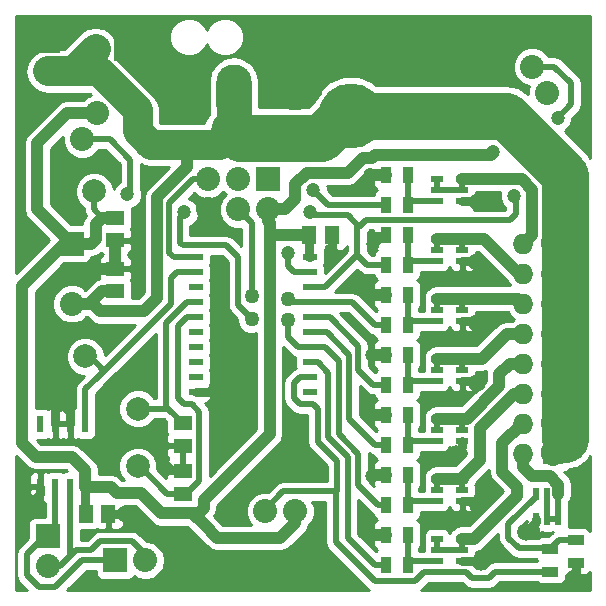
<source format=gtl>
%FSLAX46Y46*%
G04 Gerber Fmt 4.6, Leading zero omitted, Abs format (unit mm)*
G04 Created by KiCad (PCBNEW (2014-jan-25)-product) date Mon 28 Jul 2014 13:43:58 BST*
%MOMM*%
G01*
G04 APERTURE LIST*
%ADD10C,0.100000*%
%ADD11R,2.032000X2.032000*%
%ADD12C,2.032000*%
%ADD13C,2.000000*%
%ADD14R,1.498600X1.300480*%
%ADD15R,1.300480X1.498600*%
%ADD16C,5.500000*%
%ADD17C,5.000000*%
%ADD18R,1.270000X0.508000*%
%ADD19R,3.000000X5.000000*%
%ADD20O,3.000000X5.000000*%
%ADD21R,0.500000X1.000000*%
%ADD22R,1.000000X0.500000*%
%ADD23R,1.397000X0.889000*%
%ADD24R,0.889000X1.397000*%
%ADD25R,0.599440X1.399540*%
%ADD26O,2.032000X2.032000*%
%ADD27R,1.727200X1.727200*%
%ADD28O,1.727200X1.727200*%
%ADD29C,1.200000*%
%ADD30C,1.500000*%
%ADD31C,1.260000*%
%ADD32C,0.500000*%
%ADD33C,0.750000*%
%ADD34C,1.000000*%
%ADD35C,4.000000*%
%ADD36C,2.000000*%
%ADD37C,3.000000*%
%ADD38C,2.500000*%
%ADD39C,0.254000*%
G04 APERTURE END LIST*
D10*
D11*
X122047000Y-114554000D03*
D12*
X122047000Y-117094000D03*
X119507000Y-114554000D03*
X119507000Y-117094000D03*
X116967000Y-114554000D03*
X116967000Y-117094000D03*
X105410000Y-125095000D03*
X105410000Y-122555000D03*
D11*
X105410000Y-120015000D03*
D13*
X110998000Y-133957060D03*
X110998000Y-138838940D03*
D11*
X119244000Y-142644000D03*
D12*
X121784000Y-142644000D03*
X124324000Y-142644000D03*
D10*
G36*
X141732118Y-102428413D02*
X143491882Y-101412413D01*
X144507882Y-103172177D01*
X142748118Y-104188177D01*
X141732118Y-102428413D01*
X141732118Y-102428413D01*
G37*
D12*
X144390000Y-105000000D03*
X145660000Y-107199705D03*
D10*
G36*
X105391882Y-114735587D02*
X103632118Y-113719587D01*
X104648118Y-111959823D01*
X106407882Y-112975823D01*
X105391882Y-114735587D01*
X105391882Y-114735587D01*
G37*
D12*
X106290000Y-111148000D03*
X107560000Y-108948295D03*
D14*
X114808000Y-135191500D03*
X114808000Y-137096500D03*
X114808000Y-141160500D03*
X114808000Y-139255500D03*
X109093000Y-124015500D03*
X109093000Y-122110500D03*
D15*
X108521500Y-142875000D03*
X106616500Y-142875000D03*
D14*
X109093000Y-117792500D03*
X109093000Y-119697500D03*
D15*
X127444500Y-119253000D03*
X125539500Y-119253000D03*
D16*
X129032000Y-109197140D03*
D17*
X129032000Y-103197660D03*
X124333000Y-106197400D03*
D18*
X125603000Y-132588000D03*
X125603000Y-131318000D03*
X125603000Y-130048000D03*
X125603000Y-128778000D03*
X125603000Y-127508000D03*
X125603000Y-126238000D03*
X125603000Y-124968000D03*
X125603000Y-123698000D03*
X125603000Y-122428000D03*
X125603000Y-121158000D03*
X115951000Y-121158000D03*
X115951000Y-122428000D03*
X115951000Y-123698000D03*
X115951000Y-124968000D03*
X115951000Y-126238000D03*
X115951000Y-127508000D03*
X115951000Y-128778000D03*
X115951000Y-130048000D03*
X115951000Y-131318000D03*
X115951000Y-132588000D03*
D19*
X114681000Y-107315000D03*
D20*
X119126000Y-107315000D03*
D21*
X145669000Y-141165000D03*
X145669000Y-143315000D03*
X144719000Y-141165000D03*
X146619000Y-143315000D03*
X146619000Y-141165000D03*
X144719000Y-143315000D03*
D22*
X136339000Y-145923000D03*
X138489000Y-145923000D03*
X136339000Y-146873000D03*
X138489000Y-144973000D03*
X136339000Y-144973000D03*
X138489000Y-146873000D03*
X136339000Y-140843000D03*
X138489000Y-140843000D03*
X136339000Y-141793000D03*
X138489000Y-139893000D03*
X136339000Y-139893000D03*
X138489000Y-141793000D03*
X136339000Y-135763000D03*
X138489000Y-135763000D03*
X136339000Y-136713000D03*
X138489000Y-134813000D03*
X136339000Y-134813000D03*
X138489000Y-136713000D03*
X136339000Y-130683000D03*
X138489000Y-130683000D03*
X136339000Y-131633000D03*
X138489000Y-129733000D03*
X136339000Y-129733000D03*
X138489000Y-131633000D03*
X136339000Y-125603000D03*
X138489000Y-125603000D03*
X136339000Y-126553000D03*
X138489000Y-124653000D03*
X136339000Y-124653000D03*
X138489000Y-126553000D03*
X136339000Y-120523000D03*
X138489000Y-120523000D03*
X136339000Y-121473000D03*
X138489000Y-119573000D03*
X136339000Y-119573000D03*
X138489000Y-121473000D03*
X136339000Y-115443000D03*
X138489000Y-115443000D03*
X136339000Y-116393000D03*
X138489000Y-114493000D03*
X136339000Y-114493000D03*
X138489000Y-116393000D03*
D23*
X145923000Y-145859500D03*
X145923000Y-147764500D03*
D24*
X133921500Y-147193000D03*
X132016500Y-147193000D03*
X133921500Y-142113000D03*
X132016500Y-142113000D03*
X133921500Y-137033000D03*
X132016500Y-137033000D03*
X133921500Y-131953000D03*
X132016500Y-131953000D03*
X133921500Y-126873000D03*
X132016500Y-126873000D03*
X133921500Y-121793000D03*
X132016500Y-121793000D03*
X133921500Y-116713000D03*
X132016500Y-116713000D03*
D23*
X148082000Y-147002500D03*
X148082000Y-145097500D03*
D24*
X132016500Y-144653000D03*
X133921500Y-144653000D03*
X132016500Y-139573000D03*
X133921500Y-139573000D03*
X132016500Y-134493000D03*
X133921500Y-134493000D03*
X132016500Y-129413000D03*
X133921500Y-129413000D03*
X132016500Y-124333000D03*
X133921500Y-124333000D03*
X132016500Y-119253000D03*
X133921500Y-119253000D03*
X132016500Y-114173000D03*
X133921500Y-114173000D03*
D25*
X106553000Y-140589000D03*
X106553000Y-135255000D03*
X105283000Y-140589000D03*
X104013000Y-140589000D03*
X102743000Y-140589000D03*
X105283000Y-135255000D03*
X104013000Y-135255000D03*
X102743000Y-135255000D03*
D11*
X103378000Y-102870000D03*
D26*
X103378000Y-105410000D03*
D11*
X109982000Y-103505000D03*
D26*
X107442000Y-103505000D03*
D11*
X103378000Y-144780000D03*
D26*
X103378000Y-147320000D03*
D11*
X109093000Y-146812000D03*
D26*
X111633000Y-146812000D03*
D27*
X146177000Y-137795000D03*
D28*
X143637000Y-137795000D03*
X146177000Y-135255000D03*
X143637000Y-135255000D03*
X146177000Y-132715000D03*
X143637000Y-132715000D03*
X146177000Y-130175000D03*
X143637000Y-130175000D03*
X146177000Y-127635000D03*
X143637000Y-127635000D03*
X146177000Y-125095000D03*
X143637000Y-125095000D03*
X146177000Y-122555000D03*
X143637000Y-122555000D03*
X146177000Y-120015000D03*
X143637000Y-120015000D03*
D13*
X107315000Y-115570000D03*
X106553000Y-129540000D03*
D29*
X147828000Y-148209000D03*
X148564600Y-140055600D03*
X112649000Y-136906000D03*
D30*
X117729000Y-132334000D03*
X137922000Y-137795000D03*
D29*
X130683000Y-114173000D03*
X130683000Y-124333000D03*
X130810000Y-129413000D03*
X130683000Y-134620000D03*
X130810000Y-139700000D03*
X130556000Y-144780000D03*
D30*
X140081000Y-146939000D03*
X143891000Y-144399000D03*
X139827000Y-142113000D03*
X139700000Y-131826000D03*
X139700000Y-126746000D03*
X139700000Y-121539000D03*
X139827000Y-116459000D03*
D29*
X130937000Y-120015000D03*
D30*
X101981000Y-141986000D03*
X104521000Y-133477000D03*
D31*
X127381000Y-120650000D03*
D30*
X109982000Y-142875000D03*
D29*
X141097000Y-112268000D03*
D31*
X120650000Y-124460000D03*
X123698000Y-124714000D03*
D29*
X125857000Y-115443000D03*
X123698000Y-120777000D03*
X125603000Y-117348000D03*
X146558000Y-109347000D03*
X142875000Y-115951000D03*
D31*
X123698000Y-126492000D03*
X120650000Y-126365000D03*
D29*
X114935000Y-117348000D03*
X110109000Y-115824000D03*
D32*
X115951000Y-124968000D02*
X115189000Y-124968000D01*
X113411000Y-133794500D02*
X113573560Y-133957060D01*
X113411000Y-126746000D02*
X113411000Y-133794500D01*
X115189000Y-124968000D02*
X113411000Y-126746000D01*
X110998000Y-133957060D02*
X113573560Y-133957060D01*
X113573560Y-133957060D02*
X114808000Y-135191500D01*
D33*
X148082000Y-147955000D02*
X147828000Y-148209000D01*
X148082000Y-147002500D02*
X148082000Y-147955000D01*
D32*
X114808000Y-137096500D02*
X112839500Y-137096500D01*
X112649000Y-137795000D02*
X112649000Y-136906000D01*
X112649000Y-137795000D02*
X114109500Y-139255500D01*
X112839500Y-137096500D02*
X112649000Y-136906000D01*
X114808000Y-139255500D02*
X114109500Y-139255500D01*
X114808000Y-137096500D02*
X114808000Y-139255500D01*
D33*
X115951000Y-132588000D02*
X117475000Y-132588000D01*
X117475000Y-132588000D02*
X117729000Y-132334000D01*
X138489000Y-136713000D02*
X138489000Y-137228000D01*
X138489000Y-137228000D02*
X137922000Y-137795000D01*
D34*
X132016500Y-114173000D02*
X130683000Y-114173000D01*
X132016500Y-124333000D02*
X130683000Y-124333000D01*
X132016500Y-129413000D02*
X130810000Y-129413000D01*
X130810000Y-134493000D02*
X130683000Y-134620000D01*
X132016500Y-134493000D02*
X130810000Y-134493000D01*
X130937000Y-139573000D02*
X130810000Y-139700000D01*
X132016500Y-139573000D02*
X130937000Y-139573000D01*
X130683000Y-144653000D02*
X130556000Y-144780000D01*
X132016500Y-144653000D02*
X130683000Y-144653000D01*
D33*
X140015000Y-146873000D02*
X140081000Y-146939000D01*
X138489000Y-146873000D02*
X140015000Y-146873000D01*
X144719000Y-143571000D02*
X143891000Y-144399000D01*
X144719000Y-143315000D02*
X144719000Y-143571000D01*
X139507000Y-141793000D02*
X139827000Y-142113000D01*
X138489000Y-141793000D02*
X139507000Y-141793000D01*
X139507000Y-131633000D02*
X139700000Y-131826000D01*
X138489000Y-131633000D02*
X139507000Y-131633000D01*
X139507000Y-126553000D02*
X139700000Y-126746000D01*
X138489000Y-126553000D02*
X139507000Y-126553000D01*
X139634000Y-121473000D02*
X139700000Y-121539000D01*
X138489000Y-121473000D02*
X139634000Y-121473000D01*
X139761000Y-116393000D02*
X139827000Y-116459000D01*
X138489000Y-116393000D02*
X139761000Y-116393000D01*
D34*
X109093000Y-119697500D02*
X109093000Y-122110500D01*
X105854500Y-122110500D02*
X105410000Y-122555000D01*
X109093000Y-122110500D02*
X105854500Y-122110500D01*
D33*
X131699000Y-119253000D02*
X130937000Y-120015000D01*
X132016500Y-119253000D02*
X131699000Y-119253000D01*
X102743000Y-141224000D02*
X101981000Y-141986000D01*
X102743000Y-140589000D02*
X102743000Y-141224000D01*
X105283000Y-134239000D02*
X104521000Y-133477000D01*
X104013000Y-133985000D02*
X104013000Y-135255000D01*
X104013000Y-133985000D02*
X104521000Y-133477000D01*
X105283000Y-135255000D02*
X105283000Y-134239000D01*
X127444500Y-120586500D02*
X127381000Y-120650000D01*
X127444500Y-119253000D02*
X127444500Y-120586500D01*
X108521500Y-142875000D02*
X109982000Y-142875000D01*
D32*
X110998000Y-138838940D02*
X111152940Y-138838940D01*
X111152940Y-138838940D02*
X113474500Y-141160500D01*
X113474500Y-141160500D02*
X114808000Y-141160500D01*
X116205000Y-140081000D02*
X116205000Y-134239000D01*
X116205000Y-134239000D02*
X115570000Y-133604000D01*
X115570000Y-133604000D02*
X114935000Y-133604000D01*
X114935000Y-133604000D02*
X114427000Y-133096000D01*
X114427000Y-133096000D02*
X114427000Y-127000000D01*
X114427000Y-127000000D02*
X115189000Y-126238000D01*
X115189000Y-126238000D02*
X115951000Y-126238000D01*
X115125500Y-141160500D02*
X116205000Y-140081000D01*
X114808000Y-141160500D02*
X115125500Y-141160500D01*
D34*
X124324000Y-143646000D02*
X124324000Y-142644000D01*
X105410000Y-120015000D02*
X104775000Y-120015000D01*
X104775000Y-120015000D02*
X101219000Y-123571000D01*
X106553000Y-139192000D02*
X106553000Y-140589000D01*
X105410000Y-138049000D02*
X106553000Y-139192000D01*
X102362000Y-138049000D02*
X105410000Y-138049000D01*
X101219000Y-136906000D02*
X102362000Y-138049000D01*
X101219000Y-123571000D02*
X101219000Y-136906000D01*
X125539500Y-119253000D02*
X125539500Y-119189500D01*
X107560000Y-108948295D02*
X105046705Y-108948295D01*
X102489000Y-117094000D02*
X105410000Y-120015000D01*
X102489000Y-111506000D02*
X102489000Y-117094000D01*
X105046705Y-108948295D02*
X102489000Y-111506000D01*
X107560000Y-108948295D02*
X107583293Y-108948295D01*
X107061000Y-120015000D02*
X107442000Y-119634000D01*
X105410000Y-120015000D02*
X107061000Y-120015000D01*
X108013500Y-117792500D02*
X109093000Y-117792500D01*
X107442000Y-118364000D02*
X108013500Y-117792500D01*
X107442000Y-119634000D02*
X107442000Y-118364000D01*
D33*
X125539500Y-121094500D02*
X125603000Y-121158000D01*
X125539500Y-119253000D02*
X125539500Y-121094500D01*
D34*
X122174000Y-118237000D02*
X122174000Y-119253000D01*
X122047000Y-118110000D02*
X122174000Y-118237000D01*
X122047000Y-117094000D02*
X122047000Y-118110000D01*
X122174000Y-119253000D02*
X125539500Y-119253000D01*
D33*
X106553000Y-142811500D02*
X106616500Y-142875000D01*
X106553000Y-140589000D02*
X106553000Y-142811500D01*
D34*
X117729000Y-144907000D02*
X123063000Y-144907000D01*
X123063000Y-144907000D02*
X124324000Y-143646000D01*
X116586000Y-143764000D02*
X117729000Y-144907000D01*
X115633500Y-142811500D02*
X116586000Y-143764000D01*
X115887500Y-142811500D02*
X115633500Y-142811500D01*
X108712000Y-140589000D02*
X109220000Y-141097000D01*
X109220000Y-141097000D02*
X111252000Y-141097000D01*
X111252000Y-141097000D02*
X112966500Y-142811500D01*
X112966500Y-142811500D02*
X115887500Y-142811500D01*
X106553000Y-140589000D02*
X108712000Y-140589000D01*
X123444000Y-117094000D02*
X124307600Y-116230400D01*
X124307600Y-116230400D02*
X124307600Y-114960400D01*
X124307600Y-114960400D02*
X125298200Y-113969800D01*
X125298200Y-113969800D02*
X128778000Y-113969800D01*
X128778000Y-113969800D02*
X130048000Y-112699800D01*
X130048000Y-112699800D02*
X130835400Y-112699800D01*
X130835400Y-112699800D02*
X131089400Y-112445800D01*
X131089400Y-112445800D02*
X140919200Y-112445800D01*
X140919200Y-112445800D02*
X141097000Y-112268000D01*
X122047000Y-117094000D02*
X123444000Y-117094000D01*
D32*
X107315000Y-117094000D02*
X108013500Y-117792500D01*
X107315000Y-115570000D02*
X107315000Y-117094000D01*
D34*
X122174000Y-128143000D02*
X122174000Y-119253000D01*
X116586000Y-142367000D02*
X115887500Y-143065500D01*
X115887500Y-142811500D02*
X115887500Y-143065500D01*
X116586000Y-141732000D02*
X122174000Y-136144000D01*
X116586000Y-141732000D02*
X116586000Y-142367000D01*
X122174000Y-131953000D02*
X122174000Y-136144000D01*
X122174000Y-131953000D02*
X122174000Y-128143000D01*
D32*
X131064000Y-147193000D02*
X132016500Y-147193000D01*
X128778000Y-144907000D02*
X131064000Y-147193000D01*
X128778000Y-138049000D02*
X128778000Y-144907000D01*
X127127000Y-136398000D02*
X128778000Y-138049000D01*
X127127000Y-130937000D02*
X127127000Y-136398000D01*
X126238000Y-130048000D02*
X127127000Y-130937000D01*
X125603000Y-130048000D02*
X126238000Y-130048000D01*
X127000000Y-127508000D02*
X128905000Y-129413000D01*
X128905000Y-129413000D02*
X128905000Y-134874000D01*
X128905000Y-134874000D02*
X131064000Y-137033000D01*
X131064000Y-137033000D02*
X132016500Y-137033000D01*
X125603000Y-127508000D02*
X127000000Y-127508000D01*
X129667000Y-130683000D02*
X130937000Y-131953000D01*
X130937000Y-131953000D02*
X132016500Y-131953000D01*
X125603000Y-126238000D02*
X127254000Y-126238000D01*
X129667000Y-128651000D02*
X129667000Y-130556000D01*
X127254000Y-126238000D02*
X129667000Y-128651000D01*
X129667000Y-130556000D02*
X129667000Y-130683000D01*
X129159000Y-124968000D02*
X131064000Y-126873000D01*
X125603000Y-124968000D02*
X129159000Y-124968000D01*
X120650000Y-124460000D02*
X120904000Y-124206000D01*
X125603000Y-124968000D02*
X123952000Y-124968000D01*
X123952000Y-124968000D02*
X123698000Y-124714000D01*
X120650000Y-118237000D02*
X119507000Y-117094000D01*
X120650000Y-124460000D02*
X120650000Y-118237000D01*
X131064000Y-126873000D02*
X132016500Y-126873000D01*
X132016500Y-117157500D02*
X132016500Y-116713000D01*
X127127000Y-116713000D02*
X132016500Y-116713000D01*
X125857000Y-115443000D02*
X127127000Y-116713000D01*
X123698000Y-120777000D02*
X123698000Y-121920000D01*
X123698000Y-121920000D02*
X124206000Y-122428000D01*
X124206000Y-122428000D02*
X125603000Y-122428000D01*
X115951000Y-121158000D02*
X115697000Y-121158000D01*
X113665000Y-120777000D02*
X114046000Y-121158000D01*
X114046000Y-121158000D02*
X115951000Y-121158000D01*
X116967000Y-114554000D02*
X115697000Y-114554000D01*
X113665000Y-116586000D02*
X115697000Y-114554000D01*
X113665000Y-119126000D02*
X113665000Y-116586000D01*
X113665000Y-119126000D02*
X113665000Y-120777000D01*
X115951000Y-122428000D02*
X114280002Y-122428000D01*
X106553000Y-132334000D02*
X106553000Y-135255000D01*
X108140500Y-130746500D02*
X107632500Y-131254500D01*
X113792000Y-125095000D02*
X108140500Y-130746500D01*
X107632500Y-131254500D02*
X106553000Y-132334000D01*
X113792000Y-122916002D02*
X113792000Y-125095000D01*
X114280002Y-122428000D02*
X113792000Y-122916002D01*
X106934000Y-129540000D02*
X108140500Y-130746500D01*
X106553000Y-129540000D02*
X106934000Y-129540000D01*
X145859500Y-145796000D02*
X145923000Y-145859500D01*
X143256000Y-145796000D02*
X145859500Y-145796000D01*
X142367000Y-144907000D02*
X143256000Y-145796000D01*
X142367000Y-143764000D02*
X142367000Y-144907000D01*
X144719000Y-141412000D02*
X142367000Y-143764000D01*
X144719000Y-141165000D02*
X144719000Y-141412000D01*
X146685000Y-145097500D02*
X145923000Y-145859500D01*
X148082000Y-145097500D02*
X146685000Y-145097500D01*
X133921500Y-144653000D02*
X133921500Y-147193000D01*
X134241500Y-146873000D02*
X133921500Y-147193000D01*
X136339000Y-146873000D02*
X134241500Y-146873000D01*
X133921500Y-139573000D02*
X133921500Y-142113000D01*
X134241500Y-141793000D02*
X133921500Y-142113000D01*
X136339000Y-141793000D02*
X134241500Y-141793000D01*
X133921500Y-134493000D02*
X133921500Y-137033000D01*
X134241500Y-136713000D02*
X133921500Y-137033000D01*
X136339000Y-136713000D02*
X134241500Y-136713000D01*
X133921500Y-129413000D02*
X133921500Y-131953000D01*
X134241500Y-131633000D02*
X133921500Y-131953000D01*
X136339000Y-131633000D02*
X134241500Y-131633000D01*
X133921500Y-124333000D02*
X133921500Y-126873000D01*
X134241500Y-126553000D02*
X133921500Y-126873000D01*
X136339000Y-126553000D02*
X134241500Y-126553000D01*
X133921500Y-119253000D02*
X133921500Y-121793000D01*
X134241500Y-121473000D02*
X133921500Y-121793000D01*
X136339000Y-121473000D02*
X134241500Y-121473000D01*
X134241500Y-116393000D02*
X133921500Y-116713000D01*
X136339000Y-116393000D02*
X134241500Y-116393000D01*
X133921500Y-116713000D02*
X133921500Y-114173000D01*
D35*
X129032000Y-109197140D02*
X142217140Y-109197140D01*
X147193000Y-114173000D02*
X147193000Y-116713000D01*
X142217140Y-109197140D02*
X147193000Y-114173000D01*
X147193000Y-116713000D02*
X147193000Y-117348000D01*
X147193000Y-134112000D02*
X147193000Y-136525000D01*
X147193000Y-131699000D02*
X147193000Y-134112000D01*
X147193000Y-129667000D02*
X147193000Y-131699000D01*
X147193000Y-127254000D02*
X147193000Y-129667000D01*
X147193000Y-124714000D02*
X147193000Y-127254000D01*
X147193000Y-121793000D02*
X147193000Y-124714000D01*
X147193000Y-118872000D02*
X147193000Y-121793000D01*
X147193000Y-116713000D02*
X147193000Y-118872000D01*
D36*
X146177000Y-119888000D02*
X147193000Y-118872000D01*
X146177000Y-120015000D02*
X146177000Y-119888000D01*
X146431000Y-122555000D02*
X147193000Y-121793000D01*
X146177000Y-122555000D02*
X146431000Y-122555000D01*
X146812000Y-125095000D02*
X147193000Y-124714000D01*
X146177000Y-125095000D02*
X146812000Y-125095000D01*
X146812000Y-127635000D02*
X147193000Y-127254000D01*
X146177000Y-127635000D02*
X146812000Y-127635000D01*
X146685000Y-130175000D02*
X147193000Y-129667000D01*
X146685000Y-130175000D02*
X147193000Y-129667000D01*
X146177000Y-130175000D02*
X146685000Y-130175000D01*
X147701000Y-131699000D02*
X147193000Y-131699000D01*
X147193000Y-131699000D02*
X147701000Y-131699000D01*
X146177000Y-132715000D02*
X147193000Y-131699000D01*
X146177000Y-135128000D02*
X147193000Y-134112000D01*
X146177000Y-135255000D02*
X146177000Y-135128000D01*
X146177000Y-137541000D02*
X147193000Y-136525000D01*
X146177000Y-137795000D02*
X146177000Y-137541000D01*
D34*
X106934000Y-125095000D02*
X105410000Y-125095000D01*
X107061000Y-124968000D02*
X106934000Y-125095000D01*
X108013500Y-124015500D02*
X107061000Y-124968000D01*
X109093000Y-124015500D02*
X108013500Y-124015500D01*
D37*
X119126000Y-107315000D02*
X119126000Y-110490000D01*
D35*
X129032000Y-109197140D02*
X129032000Y-109220000D01*
D38*
X105537000Y-105410000D02*
X107442000Y-103505000D01*
X103378000Y-105410000D02*
X105537000Y-105410000D01*
X115189000Y-111633000D02*
X117983000Y-111633000D01*
X117983000Y-111633000D02*
X119126000Y-110490000D01*
X110998000Y-110490000D02*
X112141000Y-111633000D01*
X105537000Y-105410000D02*
X107696000Y-105410000D01*
X107696000Y-105410000D02*
X110998000Y-108712000D01*
X112141000Y-111633000D02*
X115189000Y-111633000D01*
X110998000Y-108712000D02*
X110998000Y-110490000D01*
D34*
X107823000Y-125730000D02*
X111506000Y-125730000D01*
X111506000Y-125730000D02*
X112649000Y-124587000D01*
X112649000Y-124587000D02*
X112649000Y-116078000D01*
X112649000Y-116078000D02*
X115189000Y-113538000D01*
X115189000Y-113538000D02*
X115189000Y-111633000D01*
X107061000Y-124968000D02*
X107823000Y-125730000D01*
D35*
X126517400Y-111048800D02*
X119684800Y-111048800D01*
X119684800Y-111048800D02*
X119126000Y-110490000D01*
X128369060Y-109197140D02*
X126517400Y-111048800D01*
X129032000Y-109197140D02*
X128369060Y-109197140D01*
D32*
X127762000Y-140970000D02*
X127762000Y-145288000D01*
X141287500Y-147764500D02*
X145923000Y-147764500D01*
X140716000Y-148336000D02*
X141287500Y-147764500D01*
X139319000Y-148336000D02*
X140716000Y-148336000D01*
X138811000Y-147828000D02*
X139319000Y-148336000D01*
X135255000Y-147828000D02*
X138811000Y-147828000D01*
X134493000Y-148590000D02*
X135255000Y-147828000D01*
X131064000Y-148590000D02*
X134493000Y-148590000D01*
X127762000Y-145288000D02*
X131064000Y-148590000D01*
X121784000Y-142644000D02*
X121784000Y-142503000D01*
X121784000Y-142503000D02*
X123317000Y-140970000D01*
X123317000Y-140970000D02*
X127762000Y-140970000D01*
X127762000Y-140970000D02*
X127889000Y-140970000D01*
X127889000Y-140081000D02*
X127889000Y-140970000D01*
X124714000Y-131318000D02*
X124206000Y-131826000D01*
X124206000Y-131826000D02*
X124206000Y-133096000D01*
X124206000Y-133096000D02*
X124714000Y-133604000D01*
X124714000Y-133604000D02*
X125864998Y-133604000D01*
X125864998Y-133604000D02*
X126238000Y-133977002D01*
X126238000Y-133977002D02*
X126238000Y-136779000D01*
X126238000Y-136779000D02*
X127889000Y-138430000D01*
X127889000Y-138430000D02*
X127889000Y-140081000D01*
X125603000Y-131318000D02*
X124714000Y-131318000D01*
X121784000Y-142644000D02*
X121784000Y-142630000D01*
X129603500Y-118554500D02*
X129603500Y-120967500D01*
X125603000Y-123698000D02*
X126873000Y-123698000D01*
X126873000Y-123698000D02*
X129603500Y-120967500D01*
X130429000Y-121793000D02*
X132016500Y-121793000D01*
X129603500Y-120967500D02*
X130429000Y-121793000D01*
X131889500Y-121666000D02*
X132016500Y-121793000D01*
X129603500Y-118554500D02*
X129730500Y-118554500D01*
X128778000Y-117602000D02*
X129730500Y-118554500D01*
X125857000Y-117602000D02*
X128778000Y-117602000D01*
X125603000Y-117348000D02*
X125857000Y-117602000D01*
X142494000Y-117983000D02*
X143002000Y-117475000D01*
X143002000Y-117475000D02*
X143002000Y-116078000D01*
X143002000Y-116078000D02*
X142875000Y-115951000D01*
X140081000Y-117983000D02*
X140843000Y-117983000D01*
X130302000Y-117983000D02*
X129730500Y-118554500D01*
X130302000Y-117983000D02*
X140081000Y-117983000D01*
X144390000Y-105000000D02*
X146275000Y-105000000D01*
X147701000Y-106426000D02*
X146275000Y-105000000D01*
X147701000Y-108204000D02*
X147701000Y-106426000D01*
X146558000Y-109347000D02*
X147701000Y-108204000D01*
X140843000Y-117983000D02*
X142494000Y-117983000D01*
X108585000Y-147320000D02*
X109093000Y-146812000D01*
X104013000Y-144145000D02*
X103378000Y-144780000D01*
X104013000Y-140589000D02*
X104013000Y-144145000D01*
X101600000Y-146304000D02*
X101600000Y-148082000D01*
X101600000Y-148082000D02*
X102616000Y-149098000D01*
X102616000Y-149098000D02*
X104013000Y-149098000D01*
X104013000Y-149098000D02*
X106299000Y-146812000D01*
X106299000Y-146812000D02*
X109093000Y-146812000D01*
X103124000Y-144780000D02*
X101600000Y-146304000D01*
X103378000Y-144780000D02*
X103124000Y-144780000D01*
X104394000Y-147320000D02*
X103378000Y-147320000D01*
X105283000Y-146431000D02*
X104394000Y-147320000D01*
X105283000Y-144907000D02*
X105283000Y-145923000D01*
X105283000Y-145923000D02*
X105283000Y-146431000D01*
X105283000Y-140589000D02*
X105283000Y-144907000D01*
X111633000Y-146177000D02*
X111633000Y-146812000D01*
X111633000Y-146812000D02*
X111633000Y-146304000D01*
X105791000Y-145923000D02*
X105283000Y-146431000D01*
X111633000Y-146304000D02*
X110490000Y-145161000D01*
X107823000Y-145161000D02*
X107061000Y-145923000D01*
X110490000Y-145161000D02*
X107823000Y-145161000D01*
X107061000Y-145923000D02*
X105791000Y-145923000D01*
X146619000Y-143315000D02*
X146619000Y-141165000D01*
X145669000Y-143315000D02*
X146619000Y-143315000D01*
X145669000Y-141165000D02*
X145669000Y-143315000D01*
D34*
X143637000Y-138938000D02*
X144399000Y-139700000D01*
X144399000Y-139700000D02*
X145923000Y-139700000D01*
X145923000Y-139700000D02*
X146619000Y-140396000D01*
X146619000Y-140396000D02*
X146619000Y-141165000D01*
X143637000Y-137795000D02*
X143637000Y-138938000D01*
X143637000Y-135255000D02*
X143510000Y-135255000D01*
X143510000Y-135255000D02*
X141859000Y-136906000D01*
X141859000Y-136906000D02*
X141859000Y-139319000D01*
X141859000Y-139319000D02*
X143129000Y-140589000D01*
X143129000Y-140589000D02*
X143129000Y-141351000D01*
X143129000Y-141351000D02*
X139507000Y-144973000D01*
X139507000Y-144973000D02*
X138489000Y-144973000D01*
D32*
X138489000Y-145923000D02*
X138489000Y-144973000D01*
X136339000Y-145923000D02*
X138489000Y-145923000D01*
X136339000Y-144973000D02*
X136339000Y-145923000D01*
X138489000Y-140843000D02*
X138489000Y-139893000D01*
X136339000Y-139893000D02*
X136339000Y-140843000D01*
D34*
X143129000Y-132715000D02*
X143637000Y-132715000D01*
X138489000Y-139893000D02*
X138550000Y-139954000D01*
X136339000Y-139893000D02*
X138489000Y-139893000D01*
X138364000Y-139893000D02*
X138489000Y-139893000D01*
X139954000Y-135636000D02*
X139954000Y-138303000D01*
X139954000Y-138303000D02*
X138364000Y-139893000D01*
X142875000Y-132715000D02*
X139954000Y-135636000D01*
X143637000Y-132715000D02*
X142875000Y-132715000D01*
D32*
X138489000Y-135763000D02*
X138489000Y-134813000D01*
X136339000Y-134813000D02*
X136339000Y-135763000D01*
D34*
X136339000Y-134813000D02*
X138489000Y-134813000D01*
X141605000Y-132080000D02*
X141605000Y-131064000D01*
X141605000Y-131064000D02*
X142494000Y-130175000D01*
X142494000Y-130175000D02*
X143637000Y-130175000D01*
X138872000Y-134813000D02*
X141605000Y-132080000D01*
X138489000Y-134813000D02*
X138872000Y-134813000D01*
D32*
X138489000Y-130683000D02*
X138489000Y-129733000D01*
X136339000Y-129733000D02*
X136339000Y-130683000D01*
D34*
X142240000Y-127635000D02*
X143637000Y-127635000D01*
X140142000Y-129733000D02*
X142240000Y-127635000D01*
X138489000Y-129733000D02*
X140142000Y-129733000D01*
X136339000Y-129733000D02*
X138489000Y-129733000D01*
D32*
X138489000Y-125603000D02*
X138489000Y-124653000D01*
X136339000Y-124653000D02*
X136339000Y-125603000D01*
D34*
X143195000Y-124653000D02*
X143637000Y-125095000D01*
X138489000Y-124653000D02*
X143195000Y-124653000D01*
X136339000Y-124653000D02*
X138489000Y-124653000D01*
D32*
X138489000Y-120523000D02*
X138489000Y-119573000D01*
X136339000Y-119573000D02*
X136339000Y-120523000D01*
D34*
X143256000Y-122555000D02*
X143637000Y-122555000D01*
X140274000Y-119573000D02*
X143256000Y-122555000D01*
X138489000Y-119573000D02*
X140274000Y-119573000D01*
X136339000Y-119573000D02*
X138489000Y-119573000D01*
D32*
X138489000Y-115443000D02*
X138489000Y-114493000D01*
X136339000Y-115443000D02*
X138489000Y-115443000D01*
X136339000Y-114493000D02*
X136339000Y-115443000D01*
D34*
X143488998Y-114493000D02*
X144399000Y-115403002D01*
X144399000Y-115403002D02*
X144399000Y-119253000D01*
X144399000Y-119253000D02*
X143637000Y-120015000D01*
X138489000Y-114493000D02*
X143488998Y-114493000D01*
D32*
X126873000Y-128778000D02*
X128016000Y-129921000D01*
X128016000Y-129921000D02*
X128016000Y-136144000D01*
X128016000Y-136144000D02*
X129667000Y-137795000D01*
X129667000Y-137795000D02*
X129667000Y-140462000D01*
X129667000Y-140462000D02*
X131318000Y-142113000D01*
X131318000Y-142113000D02*
X132016500Y-142113000D01*
X125603000Y-128778000D02*
X126873000Y-128778000D01*
X118491000Y-120142000D02*
X114800002Y-120142000D01*
X114800002Y-120142000D02*
X114554000Y-119895998D01*
X114554000Y-119895998D02*
X114554000Y-117729000D01*
X114554000Y-117729000D02*
X114935000Y-117348000D01*
X110363000Y-113538000D02*
X110363000Y-112903000D01*
X110363000Y-113538000D02*
X110363000Y-115570000D01*
X110363000Y-115570000D02*
X110109000Y-115824000D01*
X123698000Y-126492000D02*
X123698000Y-127889000D01*
X119507000Y-125222000D02*
X120650000Y-126365000D01*
X119507000Y-121158000D02*
X119507000Y-125222000D01*
X118745000Y-120396000D02*
X119507000Y-121158000D01*
X124587000Y-128778000D02*
X125603000Y-128778000D01*
X123698000Y-127889000D02*
X124587000Y-128778000D01*
X106290000Y-111148000D02*
X108608000Y-111148000D01*
X110363000Y-112903000D02*
X108608000Y-111148000D01*
X118745000Y-120396000D02*
X118491000Y-120142000D01*
D39*
G36*
X105010098Y-139254230D02*
X104856971Y-139254230D01*
X104648000Y-139340788D01*
X104439030Y-139254230D01*
X104186411Y-139254230D01*
X103586971Y-139254230D01*
X103378000Y-139340788D01*
X103169029Y-139254230D01*
X103028750Y-139254230D01*
X102870000Y-139412980D01*
X102870000Y-140462000D01*
X102890000Y-140462000D01*
X102890000Y-140716000D01*
X102870000Y-140716000D01*
X102870000Y-141765020D01*
X103028750Y-141923770D01*
X103128000Y-141923770D01*
X103128000Y-143129000D01*
X102616000Y-143129000D01*
X102616000Y-141765020D01*
X102616000Y-140716000D01*
X102616000Y-140462000D01*
X102616000Y-139412980D01*
X102457250Y-139254230D01*
X102316971Y-139254230D01*
X102083582Y-139350903D01*
X101904953Y-139529531D01*
X101808280Y-139762920D01*
X101808280Y-140015539D01*
X101808280Y-140303250D01*
X101967030Y-140462000D01*
X102616000Y-140462000D01*
X102616000Y-140716000D01*
X101967030Y-140716000D01*
X101808280Y-140874750D01*
X101808280Y-141162461D01*
X101808280Y-141415080D01*
X101904953Y-141648469D01*
X102083582Y-141827097D01*
X102316971Y-141923770D01*
X102457250Y-141923770D01*
X102616000Y-141765020D01*
X102616000Y-143129000D01*
X102235691Y-143129000D01*
X102002302Y-143225673D01*
X101823673Y-143404301D01*
X101727000Y-143637690D01*
X101727000Y-143890309D01*
X101727000Y-144925420D01*
X100974210Y-145678210D01*
X100782367Y-145965325D01*
X100771189Y-146021515D01*
X100714999Y-146304000D01*
X100715000Y-146304005D01*
X100715000Y-148081994D01*
X100714999Y-148082000D01*
X100771189Y-148364484D01*
X100782367Y-148420675D01*
X100974210Y-148707790D01*
X101581420Y-149315000D01*
X100685000Y-149315000D01*
X100685000Y-137977132D01*
X101559434Y-138851566D01*
X101927654Y-139097603D01*
X101927655Y-139097603D01*
X102362000Y-139184000D01*
X104939868Y-139184000D01*
X105010098Y-139254230D01*
X105010098Y-139254230D01*
G37*
X105010098Y-139254230D02*
X104856971Y-139254230D01*
X104648000Y-139340788D01*
X104439030Y-139254230D01*
X104186411Y-139254230D01*
X103586971Y-139254230D01*
X103378000Y-139340788D01*
X103169029Y-139254230D01*
X103028750Y-139254230D01*
X102870000Y-139412980D01*
X102870000Y-140462000D01*
X102890000Y-140462000D01*
X102890000Y-140716000D01*
X102870000Y-140716000D01*
X102870000Y-141765020D01*
X103028750Y-141923770D01*
X103128000Y-141923770D01*
X103128000Y-143129000D01*
X102616000Y-143129000D01*
X102616000Y-141765020D01*
X102616000Y-140716000D01*
X102616000Y-140462000D01*
X102616000Y-139412980D01*
X102457250Y-139254230D01*
X102316971Y-139254230D01*
X102083582Y-139350903D01*
X101904953Y-139529531D01*
X101808280Y-139762920D01*
X101808280Y-140015539D01*
X101808280Y-140303250D01*
X101967030Y-140462000D01*
X102616000Y-140462000D01*
X102616000Y-140716000D01*
X101967030Y-140716000D01*
X101808280Y-140874750D01*
X101808280Y-141162461D01*
X101808280Y-141415080D01*
X101904953Y-141648469D01*
X102083582Y-141827097D01*
X102316971Y-141923770D01*
X102457250Y-141923770D01*
X102616000Y-141765020D01*
X102616000Y-143129000D01*
X102235691Y-143129000D01*
X102002302Y-143225673D01*
X101823673Y-143404301D01*
X101727000Y-143637690D01*
X101727000Y-143890309D01*
X101727000Y-144925420D01*
X100974210Y-145678210D01*
X100782367Y-145965325D01*
X100771189Y-146021515D01*
X100714999Y-146304000D01*
X100715000Y-146304005D01*
X100715000Y-148081994D01*
X100714999Y-148082000D01*
X100771189Y-148364484D01*
X100782367Y-148420675D01*
X100974210Y-148707790D01*
X101581420Y-149315000D01*
X100685000Y-149315000D01*
X100685000Y-137977132D01*
X101559434Y-138851566D01*
X101927654Y-139097603D01*
X101927655Y-139097603D01*
X102362000Y-139184000D01*
X104939868Y-139184000D01*
X105010098Y-139254230D01*
G36*
X109478000Y-114748452D02*
X109410343Y-114776408D01*
X109062629Y-115123515D01*
X108950154Y-115394383D01*
X108950284Y-115246205D01*
X108701894Y-114645057D01*
X108242363Y-114184722D01*
X107641648Y-113935284D01*
X106991205Y-113934716D01*
X106390057Y-114183106D01*
X105929722Y-114642637D01*
X105680284Y-115243352D01*
X105679716Y-115893795D01*
X105928106Y-116494943D01*
X106387637Y-116955278D01*
X106430000Y-116972868D01*
X106430000Y-117093994D01*
X106429999Y-117094000D01*
X106486189Y-117376484D01*
X106497367Y-117432675D01*
X106611417Y-117603363D01*
X106611417Y-117603364D01*
X106393397Y-117929654D01*
X106307000Y-118364000D01*
X106299691Y-118364000D01*
X105364132Y-118364000D01*
X103624000Y-116623868D01*
X103624000Y-111976132D01*
X104639162Y-110960969D01*
X104638714Y-111474963D01*
X104889534Y-112081995D01*
X105353563Y-112546834D01*
X105960155Y-112798713D01*
X106616963Y-112799286D01*
X107223995Y-112548466D01*
X107688834Y-112084437D01*
X107710192Y-112033000D01*
X108241420Y-112033000D01*
X109478000Y-113269579D01*
X109478000Y-113538000D01*
X109478000Y-114748452D01*
X109478000Y-114748452D01*
G37*
X109478000Y-114748452D02*
X109410343Y-114776408D01*
X109062629Y-115123515D01*
X108950154Y-115394383D01*
X108950284Y-115246205D01*
X108701894Y-114645057D01*
X108242363Y-114184722D01*
X107641648Y-113935284D01*
X106991205Y-113934716D01*
X106390057Y-114183106D01*
X105929722Y-114642637D01*
X105680284Y-115243352D01*
X105679716Y-115893795D01*
X105928106Y-116494943D01*
X106387637Y-116955278D01*
X106430000Y-116972868D01*
X106430000Y-117093994D01*
X106429999Y-117094000D01*
X106486189Y-117376484D01*
X106497367Y-117432675D01*
X106611417Y-117603363D01*
X106611417Y-117603364D01*
X106393397Y-117929654D01*
X106307000Y-118364000D01*
X106299691Y-118364000D01*
X105364132Y-118364000D01*
X103624000Y-116623868D01*
X103624000Y-111976132D01*
X104639162Y-110960969D01*
X104638714Y-111474963D01*
X104889534Y-112081995D01*
X105353563Y-112546834D01*
X105960155Y-112798713D01*
X106616963Y-112799286D01*
X107223995Y-112548466D01*
X107688834Y-112084437D01*
X107710192Y-112033000D01*
X108241420Y-112033000D01*
X109478000Y-113269579D01*
X109478000Y-113538000D01*
X109478000Y-114748452D01*
G36*
X114955000Y-139382500D02*
X114935000Y-139382500D01*
X114935000Y-139402500D01*
X114681000Y-139402500D01*
X114681000Y-139382500D01*
X114681000Y-139128500D01*
X114681000Y-138222990D01*
X114681000Y-138129010D01*
X114681000Y-137223500D01*
X113582450Y-137223500D01*
X113423700Y-137382250D01*
X113423700Y-137873049D01*
X113520373Y-138106438D01*
X113589934Y-138176000D01*
X113520373Y-138245562D01*
X113423700Y-138478951D01*
X113423700Y-138969750D01*
X113582450Y-139128500D01*
X114681000Y-139128500D01*
X114681000Y-139382500D01*
X113582450Y-139382500D01*
X113423700Y-139541250D01*
X113423700Y-139858120D01*
X112632801Y-139067222D01*
X112633284Y-138515145D01*
X112384894Y-137913997D01*
X111925363Y-137453662D01*
X111324648Y-137204224D01*
X110674205Y-137203656D01*
X110073057Y-137452046D01*
X109612722Y-137911577D01*
X109363284Y-138512292D01*
X109362716Y-139162735D01*
X109611106Y-139763883D01*
X109808876Y-139962000D01*
X109690132Y-139962000D01*
X109514566Y-139786434D01*
X109146346Y-139540397D01*
X108712000Y-139454000D01*
X107688000Y-139454000D01*
X107688000Y-139192000D01*
X107601603Y-138757655D01*
X107601603Y-138757654D01*
X107355566Y-138389434D01*
X106212566Y-137246434D01*
X105844346Y-137000397D01*
X105410000Y-136914000D01*
X105156000Y-136914000D01*
X105156000Y-136431020D01*
X105156000Y-135382000D01*
X105156000Y-135128000D01*
X105156000Y-134078980D01*
X104997250Y-133920230D01*
X104856971Y-133920230D01*
X104648000Y-134006788D01*
X104439029Y-133920230D01*
X104298750Y-133920230D01*
X104140000Y-134078980D01*
X104140000Y-135128000D01*
X104507030Y-135128000D01*
X104788970Y-135128000D01*
X105156000Y-135128000D01*
X105156000Y-135382000D01*
X104788970Y-135382000D01*
X104507030Y-135382000D01*
X104140000Y-135382000D01*
X104140000Y-136431020D01*
X104298750Y-136589770D01*
X104439029Y-136589770D01*
X104648000Y-136503211D01*
X104856971Y-136589770D01*
X104997250Y-136589770D01*
X105156000Y-136431020D01*
X105156000Y-136914000D01*
X102832132Y-136914000D01*
X102507902Y-136589770D01*
X102569589Y-136589770D01*
X103169029Y-136589770D01*
X103378000Y-136503211D01*
X103586971Y-136589770D01*
X103727250Y-136589770D01*
X103886000Y-136431020D01*
X103886000Y-135382000D01*
X103866000Y-135382000D01*
X103866000Y-135128000D01*
X103886000Y-135128000D01*
X103886000Y-134078980D01*
X103727250Y-133920230D01*
X103586971Y-133920230D01*
X103378000Y-134006788D01*
X103169030Y-133920230D01*
X102916411Y-133920230D01*
X102354000Y-133920230D01*
X102354000Y-124041132D01*
X104729132Y-121666000D01*
X106552309Y-121666000D01*
X106785698Y-121569327D01*
X106964327Y-121390699D01*
X107061000Y-121157310D01*
X107061000Y-121150000D01*
X107495345Y-121063603D01*
X107495346Y-121063603D01*
X107863566Y-120817566D01*
X107889533Y-120791598D01*
X107984001Y-120886067D01*
X108027295Y-120904000D01*
X107984001Y-120921933D01*
X107805373Y-121100562D01*
X107708700Y-121333951D01*
X107708700Y-121824750D01*
X107867450Y-121983500D01*
X108966000Y-121983500D01*
X108966000Y-120984010D01*
X108885990Y-120904000D01*
X108966000Y-120823990D01*
X108966000Y-119824500D01*
X108946000Y-119824500D01*
X108946000Y-119570500D01*
X108966000Y-119570500D01*
X108966000Y-119550500D01*
X109220000Y-119550500D01*
X109220000Y-119570500D01*
X110318550Y-119570500D01*
X110477300Y-119411750D01*
X110477300Y-118920951D01*
X110404418Y-118745000D01*
X110477300Y-118569050D01*
X110477300Y-118316431D01*
X110477300Y-117015951D01*
X110474520Y-117009241D01*
X110807657Y-116871592D01*
X111155371Y-116524485D01*
X111343785Y-116070734D01*
X111344214Y-115579421D01*
X111248000Y-115346566D01*
X111248000Y-113538000D01*
X111248000Y-113259825D01*
X111419641Y-113374513D01*
X111419642Y-113374513D01*
X112141000Y-113518000D01*
X113603867Y-113518000D01*
X111846434Y-115275434D01*
X111600397Y-115643654D01*
X111514000Y-116078000D01*
X111514000Y-124116868D01*
X111035868Y-124595000D01*
X110477300Y-124595000D01*
X110477300Y-124539431D01*
X110477300Y-123238951D01*
X110404418Y-123063000D01*
X110477300Y-122887049D01*
X110477300Y-122396250D01*
X110477300Y-121824750D01*
X110477300Y-121333951D01*
X110380627Y-121100562D01*
X110201999Y-120921933D01*
X110158704Y-120904000D01*
X110201999Y-120886067D01*
X110380627Y-120707438D01*
X110477300Y-120474049D01*
X110477300Y-119983250D01*
X110318550Y-119824500D01*
X109220000Y-119824500D01*
X109220000Y-120823990D01*
X109300010Y-120904000D01*
X109220000Y-120984010D01*
X109220000Y-121983500D01*
X110318550Y-121983500D01*
X110477300Y-121824750D01*
X110477300Y-122396250D01*
X110318550Y-122237500D01*
X109220000Y-122237500D01*
X109220000Y-122257500D01*
X108966000Y-122257500D01*
X108966000Y-122237500D01*
X107867450Y-122237500D01*
X107708700Y-122396250D01*
X107708700Y-122887049D01*
X107729395Y-122937012D01*
X107579154Y-122966897D01*
X107210934Y-123212934D01*
X106536903Y-123886964D01*
X106346437Y-123696166D01*
X105739845Y-123444287D01*
X105083037Y-123443714D01*
X104476005Y-123694534D01*
X104011166Y-124158563D01*
X103759287Y-124765155D01*
X103758714Y-125421963D01*
X104009534Y-126028995D01*
X104473563Y-126493834D01*
X105080155Y-126745713D01*
X105736963Y-126746286D01*
X106343995Y-126495466D01*
X106609924Y-126230000D01*
X106717868Y-126230000D01*
X107020434Y-126532566D01*
X107388654Y-126778603D01*
X107388655Y-126778603D01*
X107823000Y-126865000D01*
X110770420Y-126865000D01*
X108188082Y-129447337D01*
X108188284Y-129216205D01*
X107939894Y-128615057D01*
X107480363Y-128154722D01*
X106879648Y-127905284D01*
X106229205Y-127904716D01*
X105628057Y-128153106D01*
X105167722Y-128612637D01*
X104918284Y-129213352D01*
X104917716Y-129863795D01*
X105166106Y-130464943D01*
X105625637Y-130925278D01*
X106226352Y-131174716D01*
X106460500Y-131174920D01*
X105927210Y-131708210D01*
X105735367Y-131995325D01*
X105724189Y-132051515D01*
X105667999Y-132334000D01*
X105668000Y-132334005D01*
X105668000Y-133920230D01*
X105568750Y-133920230D01*
X105410000Y-134078980D01*
X105410000Y-135128000D01*
X105430000Y-135128000D01*
X105430000Y-135382000D01*
X105410000Y-135382000D01*
X105410000Y-136431020D01*
X105568750Y-136589770D01*
X105709029Y-136589770D01*
X105917999Y-136503211D01*
X106126970Y-136589770D01*
X106379589Y-136589770D01*
X106979029Y-136589770D01*
X107212418Y-136493097D01*
X107391047Y-136314469D01*
X107487720Y-136081080D01*
X107487720Y-135828461D01*
X107487720Y-134428921D01*
X107438000Y-134308886D01*
X107438000Y-132700579D01*
X108258286Y-131880292D01*
X108258290Y-131880290D01*
X108258290Y-131880289D01*
X108766286Y-131372292D01*
X108766289Y-131372290D01*
X108766290Y-131372290D01*
X112526000Y-127612579D01*
X112526000Y-133072060D01*
X112401398Y-133072060D01*
X112384894Y-133032117D01*
X111925363Y-132571782D01*
X111324648Y-132322344D01*
X110674205Y-132321776D01*
X110073057Y-132570166D01*
X109612722Y-133029697D01*
X109363284Y-133630412D01*
X109362716Y-134280855D01*
X109611106Y-134882003D01*
X110070637Y-135342338D01*
X110671352Y-135591776D01*
X111321795Y-135592344D01*
X111922943Y-135343954D01*
X112383278Y-134884423D01*
X112400868Y-134842060D01*
X113206980Y-134842060D01*
X113423700Y-135058779D01*
X113423700Y-135968049D01*
X113496581Y-136144000D01*
X113423700Y-136319951D01*
X113423700Y-136810750D01*
X113582450Y-136969500D01*
X114681000Y-136969500D01*
X114681000Y-136949500D01*
X114935000Y-136949500D01*
X114935000Y-136969500D01*
X114955000Y-136969500D01*
X114955000Y-137223500D01*
X114935000Y-137223500D01*
X114935000Y-138129010D01*
X114935000Y-138222990D01*
X114935000Y-139128500D01*
X114955000Y-139128500D01*
X114955000Y-139382500D01*
X114955000Y-139382500D01*
G37*
X114955000Y-139382500D02*
X114935000Y-139382500D01*
X114935000Y-139402500D01*
X114681000Y-139402500D01*
X114681000Y-139382500D01*
X114681000Y-139128500D01*
X114681000Y-138222990D01*
X114681000Y-138129010D01*
X114681000Y-137223500D01*
X113582450Y-137223500D01*
X113423700Y-137382250D01*
X113423700Y-137873049D01*
X113520373Y-138106438D01*
X113589934Y-138176000D01*
X113520373Y-138245562D01*
X113423700Y-138478951D01*
X113423700Y-138969750D01*
X113582450Y-139128500D01*
X114681000Y-139128500D01*
X114681000Y-139382500D01*
X113582450Y-139382500D01*
X113423700Y-139541250D01*
X113423700Y-139858120D01*
X112632801Y-139067222D01*
X112633284Y-138515145D01*
X112384894Y-137913997D01*
X111925363Y-137453662D01*
X111324648Y-137204224D01*
X110674205Y-137203656D01*
X110073057Y-137452046D01*
X109612722Y-137911577D01*
X109363284Y-138512292D01*
X109362716Y-139162735D01*
X109611106Y-139763883D01*
X109808876Y-139962000D01*
X109690132Y-139962000D01*
X109514566Y-139786434D01*
X109146346Y-139540397D01*
X108712000Y-139454000D01*
X107688000Y-139454000D01*
X107688000Y-139192000D01*
X107601603Y-138757655D01*
X107601603Y-138757654D01*
X107355566Y-138389434D01*
X106212566Y-137246434D01*
X105844346Y-137000397D01*
X105410000Y-136914000D01*
X105156000Y-136914000D01*
X105156000Y-136431020D01*
X105156000Y-135382000D01*
X105156000Y-135128000D01*
X105156000Y-134078980D01*
X104997250Y-133920230D01*
X104856971Y-133920230D01*
X104648000Y-134006788D01*
X104439029Y-133920230D01*
X104298750Y-133920230D01*
X104140000Y-134078980D01*
X104140000Y-135128000D01*
X104507030Y-135128000D01*
X104788970Y-135128000D01*
X105156000Y-135128000D01*
X105156000Y-135382000D01*
X104788970Y-135382000D01*
X104507030Y-135382000D01*
X104140000Y-135382000D01*
X104140000Y-136431020D01*
X104298750Y-136589770D01*
X104439029Y-136589770D01*
X104648000Y-136503211D01*
X104856971Y-136589770D01*
X104997250Y-136589770D01*
X105156000Y-136431020D01*
X105156000Y-136914000D01*
X102832132Y-136914000D01*
X102507902Y-136589770D01*
X102569589Y-136589770D01*
X103169029Y-136589770D01*
X103378000Y-136503211D01*
X103586971Y-136589770D01*
X103727250Y-136589770D01*
X103886000Y-136431020D01*
X103886000Y-135382000D01*
X103866000Y-135382000D01*
X103866000Y-135128000D01*
X103886000Y-135128000D01*
X103886000Y-134078980D01*
X103727250Y-133920230D01*
X103586971Y-133920230D01*
X103378000Y-134006788D01*
X103169030Y-133920230D01*
X102916411Y-133920230D01*
X102354000Y-133920230D01*
X102354000Y-124041132D01*
X104729132Y-121666000D01*
X106552309Y-121666000D01*
X106785698Y-121569327D01*
X106964327Y-121390699D01*
X107061000Y-121157310D01*
X107061000Y-121150000D01*
X107495345Y-121063603D01*
X107495346Y-121063603D01*
X107863566Y-120817566D01*
X107889533Y-120791598D01*
X107984001Y-120886067D01*
X108027295Y-120904000D01*
X107984001Y-120921933D01*
X107805373Y-121100562D01*
X107708700Y-121333951D01*
X107708700Y-121824750D01*
X107867450Y-121983500D01*
X108966000Y-121983500D01*
X108966000Y-120984010D01*
X108885990Y-120904000D01*
X108966000Y-120823990D01*
X108966000Y-119824500D01*
X108946000Y-119824500D01*
X108946000Y-119570500D01*
X108966000Y-119570500D01*
X108966000Y-119550500D01*
X109220000Y-119550500D01*
X109220000Y-119570500D01*
X110318550Y-119570500D01*
X110477300Y-119411750D01*
X110477300Y-118920951D01*
X110404418Y-118745000D01*
X110477300Y-118569050D01*
X110477300Y-118316431D01*
X110477300Y-117015951D01*
X110474520Y-117009241D01*
X110807657Y-116871592D01*
X111155371Y-116524485D01*
X111343785Y-116070734D01*
X111344214Y-115579421D01*
X111248000Y-115346566D01*
X111248000Y-113538000D01*
X111248000Y-113259825D01*
X111419641Y-113374513D01*
X111419642Y-113374513D01*
X112141000Y-113518000D01*
X113603867Y-113518000D01*
X111846434Y-115275434D01*
X111600397Y-115643654D01*
X111514000Y-116078000D01*
X111514000Y-124116868D01*
X111035868Y-124595000D01*
X110477300Y-124595000D01*
X110477300Y-124539431D01*
X110477300Y-123238951D01*
X110404418Y-123063000D01*
X110477300Y-122887049D01*
X110477300Y-122396250D01*
X110477300Y-121824750D01*
X110477300Y-121333951D01*
X110380627Y-121100562D01*
X110201999Y-120921933D01*
X110158704Y-120904000D01*
X110201999Y-120886067D01*
X110380627Y-120707438D01*
X110477300Y-120474049D01*
X110477300Y-119983250D01*
X110318550Y-119824500D01*
X109220000Y-119824500D01*
X109220000Y-120823990D01*
X109300010Y-120904000D01*
X109220000Y-120984010D01*
X109220000Y-121983500D01*
X110318550Y-121983500D01*
X110477300Y-121824750D01*
X110477300Y-122396250D01*
X110318550Y-122237500D01*
X109220000Y-122237500D01*
X109220000Y-122257500D01*
X108966000Y-122257500D01*
X108966000Y-122237500D01*
X107867450Y-122237500D01*
X107708700Y-122396250D01*
X107708700Y-122887049D01*
X107729395Y-122937012D01*
X107579154Y-122966897D01*
X107210934Y-123212934D01*
X106536903Y-123886964D01*
X106346437Y-123696166D01*
X105739845Y-123444287D01*
X105083037Y-123443714D01*
X104476005Y-123694534D01*
X104011166Y-124158563D01*
X103759287Y-124765155D01*
X103758714Y-125421963D01*
X104009534Y-126028995D01*
X104473563Y-126493834D01*
X105080155Y-126745713D01*
X105736963Y-126746286D01*
X106343995Y-126495466D01*
X106609924Y-126230000D01*
X106717868Y-126230000D01*
X107020434Y-126532566D01*
X107388654Y-126778603D01*
X107388655Y-126778603D01*
X107823000Y-126865000D01*
X110770420Y-126865000D01*
X108188082Y-129447337D01*
X108188284Y-129216205D01*
X107939894Y-128615057D01*
X107480363Y-128154722D01*
X106879648Y-127905284D01*
X106229205Y-127904716D01*
X105628057Y-128153106D01*
X105167722Y-128612637D01*
X104918284Y-129213352D01*
X104917716Y-129863795D01*
X105166106Y-130464943D01*
X105625637Y-130925278D01*
X106226352Y-131174716D01*
X106460500Y-131174920D01*
X105927210Y-131708210D01*
X105735367Y-131995325D01*
X105724189Y-132051515D01*
X105667999Y-132334000D01*
X105668000Y-132334005D01*
X105668000Y-133920230D01*
X105568750Y-133920230D01*
X105410000Y-134078980D01*
X105410000Y-135128000D01*
X105430000Y-135128000D01*
X105430000Y-135382000D01*
X105410000Y-135382000D01*
X105410000Y-136431020D01*
X105568750Y-136589770D01*
X105709029Y-136589770D01*
X105917999Y-136503211D01*
X106126970Y-136589770D01*
X106379589Y-136589770D01*
X106979029Y-136589770D01*
X107212418Y-136493097D01*
X107391047Y-136314469D01*
X107487720Y-136081080D01*
X107487720Y-135828461D01*
X107487720Y-134428921D01*
X107438000Y-134308886D01*
X107438000Y-132700579D01*
X108258286Y-131880292D01*
X108258290Y-131880290D01*
X108258290Y-131880289D01*
X108766286Y-131372292D01*
X108766289Y-131372290D01*
X108766290Y-131372290D01*
X112526000Y-127612579D01*
X112526000Y-133072060D01*
X112401398Y-133072060D01*
X112384894Y-133032117D01*
X111925363Y-132571782D01*
X111324648Y-132322344D01*
X110674205Y-132321776D01*
X110073057Y-132570166D01*
X109612722Y-133029697D01*
X109363284Y-133630412D01*
X109362716Y-134280855D01*
X109611106Y-134882003D01*
X110070637Y-135342338D01*
X110671352Y-135591776D01*
X111321795Y-135592344D01*
X111922943Y-135343954D01*
X112383278Y-134884423D01*
X112400868Y-134842060D01*
X113206980Y-134842060D01*
X113423700Y-135058779D01*
X113423700Y-135968049D01*
X113496581Y-136144000D01*
X113423700Y-136319951D01*
X113423700Y-136810750D01*
X113582450Y-136969500D01*
X114681000Y-136969500D01*
X114681000Y-136949500D01*
X114935000Y-136949500D01*
X114935000Y-136969500D01*
X114955000Y-136969500D01*
X114955000Y-137223500D01*
X114935000Y-137223500D01*
X114935000Y-138129010D01*
X114935000Y-138222990D01*
X114935000Y-139128500D01*
X114955000Y-139128500D01*
X114955000Y-139382500D01*
G36*
X119765000Y-120164420D02*
X119370790Y-119770210D01*
X119370786Y-119770207D01*
X119116790Y-119516210D01*
X118829675Y-119324367D01*
X118773484Y-119313189D01*
X118491000Y-119256999D01*
X118490994Y-119257000D01*
X115439000Y-119257000D01*
X115439000Y-118476022D01*
X115633657Y-118395592D01*
X115981371Y-118048485D01*
X116169785Y-117594734D01*
X116170214Y-117103421D01*
X115982592Y-116649343D01*
X115635485Y-116301629D01*
X115328444Y-116174134D01*
X115790363Y-115712215D01*
X116030563Y-115952834D01*
X116637155Y-116204713D01*
X117293963Y-116205286D01*
X117900995Y-115954466D01*
X118237178Y-115618867D01*
X118442132Y-115824178D01*
X118108166Y-116157563D01*
X117856287Y-116764155D01*
X117855714Y-117420963D01*
X118106534Y-118027995D01*
X118570563Y-118492834D01*
X119177155Y-118744713D01*
X119765000Y-118745225D01*
X119765000Y-120164420D01*
X119765000Y-120164420D01*
G37*
X119765000Y-120164420D02*
X119370790Y-119770210D01*
X119370786Y-119770207D01*
X119116790Y-119516210D01*
X118829675Y-119324367D01*
X118773484Y-119313189D01*
X118491000Y-119256999D01*
X118490994Y-119257000D01*
X115439000Y-119257000D01*
X115439000Y-118476022D01*
X115633657Y-118395592D01*
X115981371Y-118048485D01*
X116169785Y-117594734D01*
X116170214Y-117103421D01*
X115982592Y-116649343D01*
X115635485Y-116301629D01*
X115328444Y-116174134D01*
X115790363Y-115712215D01*
X116030563Y-115952834D01*
X116637155Y-116204713D01*
X117293963Y-116205286D01*
X117900995Y-115954466D01*
X118237178Y-115618867D01*
X118442132Y-115824178D01*
X118108166Y-116157563D01*
X117856287Y-116764155D01*
X117855714Y-117420963D01*
X118106534Y-118027995D01*
X118570563Y-118492834D01*
X119177155Y-118744713D01*
X119765000Y-118745225D01*
X119765000Y-120164420D01*
G36*
X121039000Y-135673868D02*
X117090000Y-139622868D01*
X117090000Y-134239005D01*
X117090000Y-134239000D01*
X117090001Y-134239000D01*
X117022634Y-133900326D01*
X117022633Y-133900325D01*
X116958975Y-133805054D01*
X116830790Y-133613211D01*
X116830790Y-133613210D01*
X116830786Y-133613207D01*
X116694579Y-133477000D01*
X116712310Y-133477000D01*
X116945699Y-133380327D01*
X117124327Y-133201698D01*
X117221000Y-132968309D01*
X117221000Y-132873750D01*
X117062250Y-132715000D01*
X116078000Y-132715000D01*
X116078000Y-132735000D01*
X115824000Y-132735000D01*
X115824000Y-132715000D01*
X115804000Y-132715000D01*
X115804000Y-132461000D01*
X115824000Y-132461000D01*
X115824000Y-132441000D01*
X116078000Y-132441000D01*
X116078000Y-132461000D01*
X117062250Y-132461000D01*
X117221000Y-132302250D01*
X117221000Y-132207691D01*
X117124327Y-131974302D01*
X117103025Y-131953000D01*
X117124327Y-131931699D01*
X117221000Y-131698310D01*
X117221000Y-131445691D01*
X117221000Y-130937691D01*
X117124327Y-130704302D01*
X117103025Y-130683000D01*
X117124327Y-130661699D01*
X117221000Y-130428310D01*
X117221000Y-130175691D01*
X117221000Y-129667691D01*
X117124327Y-129434302D01*
X117103025Y-129413000D01*
X117124327Y-129391699D01*
X117221000Y-129158310D01*
X117221000Y-128905691D01*
X117221000Y-128397691D01*
X117124327Y-128164302D01*
X117103025Y-128143000D01*
X117124327Y-128121699D01*
X117221000Y-127888310D01*
X117221000Y-127635691D01*
X117221000Y-127127691D01*
X117124327Y-126894302D01*
X117103025Y-126873000D01*
X117124327Y-126851699D01*
X117221000Y-126618310D01*
X117221000Y-126365691D01*
X117221000Y-125857691D01*
X117124327Y-125624302D01*
X117103025Y-125603000D01*
X117124327Y-125581699D01*
X117221000Y-125348310D01*
X117221000Y-125095691D01*
X117221000Y-124587691D01*
X117124327Y-124354302D01*
X117103025Y-124333000D01*
X117124327Y-124311699D01*
X117221000Y-124078310D01*
X117221000Y-123825691D01*
X117221000Y-123317691D01*
X117124327Y-123084302D01*
X117103025Y-123063000D01*
X117124327Y-123041699D01*
X117221000Y-122808310D01*
X117221000Y-122555691D01*
X117221000Y-122047691D01*
X117124327Y-121814302D01*
X117103025Y-121793000D01*
X117124327Y-121771699D01*
X117221000Y-121538310D01*
X117221000Y-121285691D01*
X117221000Y-121027000D01*
X118124420Y-121027000D01*
X118622000Y-121524579D01*
X118622000Y-125221994D01*
X118621999Y-125222000D01*
X118678189Y-125504484D01*
X118689367Y-125560675D01*
X118881210Y-125847790D01*
X119385011Y-126351590D01*
X119384781Y-126615520D01*
X119576960Y-127080629D01*
X119932499Y-127436790D01*
X120397272Y-127629780D01*
X120900520Y-127630219D01*
X121039000Y-127573000D01*
X121039000Y-128143000D01*
X121039000Y-131953000D01*
X121039000Y-135673868D01*
X121039000Y-135673868D01*
G37*
X121039000Y-135673868D02*
X117090000Y-139622868D01*
X117090000Y-134239005D01*
X117090000Y-134239000D01*
X117090001Y-134239000D01*
X117022634Y-133900326D01*
X117022633Y-133900325D01*
X116958975Y-133805054D01*
X116830790Y-133613211D01*
X116830790Y-133613210D01*
X116830786Y-133613207D01*
X116694579Y-133477000D01*
X116712310Y-133477000D01*
X116945699Y-133380327D01*
X117124327Y-133201698D01*
X117221000Y-132968309D01*
X117221000Y-132873750D01*
X117062250Y-132715000D01*
X116078000Y-132715000D01*
X116078000Y-132735000D01*
X115824000Y-132735000D01*
X115824000Y-132715000D01*
X115804000Y-132715000D01*
X115804000Y-132461000D01*
X115824000Y-132461000D01*
X115824000Y-132441000D01*
X116078000Y-132441000D01*
X116078000Y-132461000D01*
X117062250Y-132461000D01*
X117221000Y-132302250D01*
X117221000Y-132207691D01*
X117124327Y-131974302D01*
X117103025Y-131953000D01*
X117124327Y-131931699D01*
X117221000Y-131698310D01*
X117221000Y-131445691D01*
X117221000Y-130937691D01*
X117124327Y-130704302D01*
X117103025Y-130683000D01*
X117124327Y-130661699D01*
X117221000Y-130428310D01*
X117221000Y-130175691D01*
X117221000Y-129667691D01*
X117124327Y-129434302D01*
X117103025Y-129413000D01*
X117124327Y-129391699D01*
X117221000Y-129158310D01*
X117221000Y-128905691D01*
X117221000Y-128397691D01*
X117124327Y-128164302D01*
X117103025Y-128143000D01*
X117124327Y-128121699D01*
X117221000Y-127888310D01*
X117221000Y-127635691D01*
X117221000Y-127127691D01*
X117124327Y-126894302D01*
X117103025Y-126873000D01*
X117124327Y-126851699D01*
X117221000Y-126618310D01*
X117221000Y-126365691D01*
X117221000Y-125857691D01*
X117124327Y-125624302D01*
X117103025Y-125603000D01*
X117124327Y-125581699D01*
X117221000Y-125348310D01*
X117221000Y-125095691D01*
X117221000Y-124587691D01*
X117124327Y-124354302D01*
X117103025Y-124333000D01*
X117124327Y-124311699D01*
X117221000Y-124078310D01*
X117221000Y-123825691D01*
X117221000Y-123317691D01*
X117124327Y-123084302D01*
X117103025Y-123063000D01*
X117124327Y-123041699D01*
X117221000Y-122808310D01*
X117221000Y-122555691D01*
X117221000Y-122047691D01*
X117124327Y-121814302D01*
X117103025Y-121793000D01*
X117124327Y-121771699D01*
X117221000Y-121538310D01*
X117221000Y-121285691D01*
X117221000Y-121027000D01*
X118124420Y-121027000D01*
X118622000Y-121524579D01*
X118622000Y-125221994D01*
X118621999Y-125222000D01*
X118678189Y-125504484D01*
X118689367Y-125560675D01*
X118881210Y-125847790D01*
X119385011Y-126351590D01*
X119384781Y-126615520D01*
X119576960Y-127080629D01*
X119932499Y-127436790D01*
X120397272Y-127629780D01*
X120900520Y-127630219D01*
X121039000Y-127573000D01*
X121039000Y-128143000D01*
X121039000Y-131953000D01*
X121039000Y-135673868D01*
G36*
X127004000Y-140085000D02*
X123317000Y-140085000D01*
X122978325Y-140152367D01*
X122691210Y-140344210D01*
X122691207Y-140344213D01*
X122042196Y-140993224D01*
X121457037Y-140992714D01*
X120850005Y-141243534D01*
X120385166Y-141707563D01*
X120133287Y-142314155D01*
X120132714Y-142970963D01*
X120383534Y-143577995D01*
X120577200Y-143772000D01*
X118199132Y-143772000D01*
X117471932Y-143044800D01*
X117634603Y-142801346D01*
X117634603Y-142801345D01*
X117721000Y-142367000D01*
X117721000Y-142202132D01*
X122976566Y-136946566D01*
X123222603Y-136578346D01*
X123308999Y-136144000D01*
X123309000Y-136144000D01*
X123309000Y-131953000D01*
X123309000Y-128751579D01*
X123961207Y-129403786D01*
X123961210Y-129403790D01*
X123961211Y-129403790D01*
X124248325Y-129595633D01*
X124248326Y-129595633D01*
X124304515Y-129606810D01*
X124354129Y-129616679D01*
X124333000Y-129667690D01*
X124333000Y-129920309D01*
X124333000Y-130428309D01*
X124365552Y-130506896D01*
X124088210Y-130692210D01*
X124088207Y-130692213D01*
X123580210Y-131200210D01*
X123388367Y-131487325D01*
X123377189Y-131543515D01*
X123320999Y-131826000D01*
X123321000Y-131826005D01*
X123321000Y-133095994D01*
X123320999Y-133096000D01*
X123377189Y-133378484D01*
X123388367Y-133434675D01*
X123580210Y-133721790D01*
X124088207Y-134229786D01*
X124088210Y-134229790D01*
X124375325Y-134421633D01*
X124714000Y-134489000D01*
X125353000Y-134489000D01*
X125353000Y-136778994D01*
X125352999Y-136779000D01*
X125409189Y-137061484D01*
X125420367Y-137117675D01*
X125612210Y-137404790D01*
X127004000Y-138796579D01*
X127004000Y-140081000D01*
X127004000Y-140085000D01*
X127004000Y-140085000D01*
G37*
X127004000Y-140085000D02*
X123317000Y-140085000D01*
X122978325Y-140152367D01*
X122691210Y-140344210D01*
X122691207Y-140344213D01*
X122042196Y-140993224D01*
X121457037Y-140992714D01*
X120850005Y-141243534D01*
X120385166Y-141707563D01*
X120133287Y-142314155D01*
X120132714Y-142970963D01*
X120383534Y-143577995D01*
X120577200Y-143772000D01*
X118199132Y-143772000D01*
X117471932Y-143044800D01*
X117634603Y-142801346D01*
X117634603Y-142801345D01*
X117721000Y-142367000D01*
X117721000Y-142202132D01*
X122976566Y-136946566D01*
X123222603Y-136578346D01*
X123308999Y-136144000D01*
X123309000Y-136144000D01*
X123309000Y-131953000D01*
X123309000Y-128751579D01*
X123961207Y-129403786D01*
X123961210Y-129403790D01*
X123961211Y-129403790D01*
X124248325Y-129595633D01*
X124248326Y-129595633D01*
X124304515Y-129606810D01*
X124354129Y-129616679D01*
X124333000Y-129667690D01*
X124333000Y-129920309D01*
X124333000Y-130428309D01*
X124365552Y-130506896D01*
X124088210Y-130692210D01*
X124088207Y-130692213D01*
X123580210Y-131200210D01*
X123388367Y-131487325D01*
X123377189Y-131543515D01*
X123320999Y-131826000D01*
X123321000Y-131826005D01*
X123321000Y-133095994D01*
X123320999Y-133096000D01*
X123377189Y-133378484D01*
X123388367Y-133434675D01*
X123580210Y-133721790D01*
X124088207Y-134229786D01*
X124088210Y-134229790D01*
X124375325Y-134421633D01*
X124714000Y-134489000D01*
X125353000Y-134489000D01*
X125353000Y-136778994D01*
X125352999Y-136779000D01*
X125409189Y-137061484D01*
X125420367Y-137117675D01*
X125612210Y-137404790D01*
X127004000Y-138796579D01*
X127004000Y-140081000D01*
X127004000Y-140085000D01*
G36*
X128718500Y-120600920D02*
X126873000Y-122446420D01*
X126873000Y-122047691D01*
X126776327Y-121814302D01*
X126755025Y-121793000D01*
X126776327Y-121771699D01*
X126873000Y-121538310D01*
X126873000Y-121285691D01*
X126873000Y-120777691D01*
X126814848Y-120637300D01*
X127158750Y-120637300D01*
X127317500Y-120478550D01*
X127317500Y-119380000D01*
X127297500Y-119380000D01*
X127297500Y-119126000D01*
X127317500Y-119126000D01*
X127317500Y-119106000D01*
X127571500Y-119106000D01*
X127571500Y-119126000D01*
X127591500Y-119126000D01*
X127591500Y-119380000D01*
X127571500Y-119380000D01*
X127571500Y-120478550D01*
X127730250Y-120637300D01*
X128221049Y-120637300D01*
X128454438Y-120540627D01*
X128633067Y-120361999D01*
X128718500Y-120155745D01*
X128718500Y-120600920D01*
X128718500Y-120600920D01*
G37*
X128718500Y-120600920D02*
X126873000Y-122446420D01*
X126873000Y-122047691D01*
X126776327Y-121814302D01*
X126755025Y-121793000D01*
X126776327Y-121771699D01*
X126873000Y-121538310D01*
X126873000Y-121285691D01*
X126873000Y-120777691D01*
X126814848Y-120637300D01*
X127158750Y-120637300D01*
X127317500Y-120478550D01*
X127317500Y-119380000D01*
X127297500Y-119380000D01*
X127297500Y-119126000D01*
X127317500Y-119126000D01*
X127317500Y-119106000D01*
X127571500Y-119106000D01*
X127571500Y-119126000D01*
X127591500Y-119126000D01*
X127591500Y-119380000D01*
X127571500Y-119380000D01*
X127571500Y-120478550D01*
X127730250Y-120637300D01*
X128221049Y-120637300D01*
X128454438Y-120540627D01*
X128633067Y-120361999D01*
X128718500Y-120155745D01*
X128718500Y-120600920D01*
G36*
X130586689Y-149315000D02*
X105047579Y-149315000D01*
X106665579Y-147697000D01*
X107442000Y-147697000D01*
X107442000Y-147954309D01*
X107538673Y-148187698D01*
X107717301Y-148366327D01*
X107950690Y-148463000D01*
X108203309Y-148463000D01*
X110235309Y-148463000D01*
X110468698Y-148366327D01*
X110647327Y-148187699D01*
X110668481Y-148136628D01*
X110968845Y-148337325D01*
X111600655Y-148463000D01*
X111665345Y-148463000D01*
X112297155Y-148337325D01*
X112832778Y-147979433D01*
X113190670Y-147443810D01*
X113316345Y-146812000D01*
X113190670Y-146180190D01*
X112832778Y-145644567D01*
X112297155Y-145286675D01*
X111760508Y-145179929D01*
X111115790Y-144535210D01*
X110828675Y-144343367D01*
X110772484Y-144332189D01*
X110490000Y-144275999D01*
X110489994Y-144276000D01*
X109806740Y-144276000D01*
X109806740Y-143750610D01*
X109806740Y-143497991D01*
X109806740Y-143160750D01*
X109647990Y-143002000D01*
X108648500Y-143002000D01*
X108648500Y-144100550D01*
X108807250Y-144259300D01*
X109298049Y-144259300D01*
X109531438Y-144162627D01*
X109710067Y-143983999D01*
X109806740Y-143750610D01*
X109806740Y-144276000D01*
X107823005Y-144276000D01*
X107823000Y-144275999D01*
X107540515Y-144332189D01*
X107484325Y-144343367D01*
X107197210Y-144535210D01*
X107197207Y-144535213D01*
X106694420Y-145038000D01*
X106168000Y-145038000D01*
X106168000Y-144907000D01*
X106168000Y-144259300D01*
X107393049Y-144259300D01*
X107569000Y-144186418D01*
X107744951Y-144259300D01*
X108235750Y-144259300D01*
X108394500Y-144100550D01*
X108394500Y-143002000D01*
X108374500Y-143002000D01*
X108374500Y-142748000D01*
X108394500Y-142748000D01*
X108394500Y-142728000D01*
X108648500Y-142728000D01*
X108648500Y-142748000D01*
X109647990Y-142748000D01*
X109806740Y-142589250D01*
X109806740Y-142252009D01*
X109806740Y-142232000D01*
X110781868Y-142232000D01*
X112163934Y-143614066D01*
X112532154Y-143860103D01*
X112532155Y-143860103D01*
X112966500Y-143946500D01*
X115163368Y-143946500D01*
X115783434Y-144566566D01*
X116926434Y-145709566D01*
X117294654Y-145955603D01*
X117294655Y-145955603D01*
X117729000Y-146042000D01*
X123063000Y-146042000D01*
X123497345Y-145955603D01*
X123497346Y-145955603D01*
X123865566Y-145709566D01*
X125126566Y-144448566D01*
X125372603Y-144080346D01*
X125409903Y-143892821D01*
X125722834Y-143580437D01*
X125974713Y-142973845D01*
X125975286Y-142317037D01*
X125784376Y-141855000D01*
X126877000Y-141855000D01*
X126877000Y-145287994D01*
X126876999Y-145288000D01*
X126933189Y-145570484D01*
X126944367Y-145626675D01*
X127136210Y-145913790D01*
X130438207Y-149215786D01*
X130438210Y-149215790D01*
X130586689Y-149315000D01*
X130586689Y-149315000D01*
G37*
X130586689Y-149315000D02*
X105047579Y-149315000D01*
X106665579Y-147697000D01*
X107442000Y-147697000D01*
X107442000Y-147954309D01*
X107538673Y-148187698D01*
X107717301Y-148366327D01*
X107950690Y-148463000D01*
X108203309Y-148463000D01*
X110235309Y-148463000D01*
X110468698Y-148366327D01*
X110647327Y-148187699D01*
X110668481Y-148136628D01*
X110968845Y-148337325D01*
X111600655Y-148463000D01*
X111665345Y-148463000D01*
X112297155Y-148337325D01*
X112832778Y-147979433D01*
X113190670Y-147443810D01*
X113316345Y-146812000D01*
X113190670Y-146180190D01*
X112832778Y-145644567D01*
X112297155Y-145286675D01*
X111760508Y-145179929D01*
X111115790Y-144535210D01*
X110828675Y-144343367D01*
X110772484Y-144332189D01*
X110490000Y-144275999D01*
X110489994Y-144276000D01*
X109806740Y-144276000D01*
X109806740Y-143750610D01*
X109806740Y-143497991D01*
X109806740Y-143160750D01*
X109647990Y-143002000D01*
X108648500Y-143002000D01*
X108648500Y-144100550D01*
X108807250Y-144259300D01*
X109298049Y-144259300D01*
X109531438Y-144162627D01*
X109710067Y-143983999D01*
X109806740Y-143750610D01*
X109806740Y-144276000D01*
X107823005Y-144276000D01*
X107823000Y-144275999D01*
X107540515Y-144332189D01*
X107484325Y-144343367D01*
X107197210Y-144535210D01*
X107197207Y-144535213D01*
X106694420Y-145038000D01*
X106168000Y-145038000D01*
X106168000Y-144907000D01*
X106168000Y-144259300D01*
X107393049Y-144259300D01*
X107569000Y-144186418D01*
X107744951Y-144259300D01*
X108235750Y-144259300D01*
X108394500Y-144100550D01*
X108394500Y-143002000D01*
X108374500Y-143002000D01*
X108374500Y-142748000D01*
X108394500Y-142748000D01*
X108394500Y-142728000D01*
X108648500Y-142728000D01*
X108648500Y-142748000D01*
X109647990Y-142748000D01*
X109806740Y-142589250D01*
X109806740Y-142252009D01*
X109806740Y-142232000D01*
X110781868Y-142232000D01*
X112163934Y-143614066D01*
X112532154Y-143860103D01*
X112532155Y-143860103D01*
X112966500Y-143946500D01*
X115163368Y-143946500D01*
X115783434Y-144566566D01*
X116926434Y-145709566D01*
X117294654Y-145955603D01*
X117294655Y-145955603D01*
X117729000Y-146042000D01*
X123063000Y-146042000D01*
X123497345Y-145955603D01*
X123497346Y-145955603D01*
X123865566Y-145709566D01*
X125126566Y-144448566D01*
X125372603Y-144080346D01*
X125409903Y-143892821D01*
X125722834Y-143580437D01*
X125974713Y-142973845D01*
X125975286Y-142317037D01*
X125784376Y-141855000D01*
X126877000Y-141855000D01*
X126877000Y-145287994D01*
X126876999Y-145288000D01*
X126933189Y-145570484D01*
X126944367Y-145626675D01*
X127136210Y-145913790D01*
X130438207Y-149215786D01*
X130438210Y-149215790D01*
X130586689Y-149315000D01*
G36*
X132163500Y-114300000D02*
X132143500Y-114300000D01*
X132143500Y-114320000D01*
X131889500Y-114320000D01*
X131889500Y-114300000D01*
X131095750Y-114300000D01*
X130937000Y-114458750D01*
X130937000Y-114745191D01*
X130937000Y-114997810D01*
X131033673Y-115231199D01*
X131212302Y-115409827D01*
X131292388Y-115443000D01*
X131212302Y-115476173D01*
X131033673Y-115654801D01*
X130961931Y-115828000D01*
X127493579Y-115828000D01*
X127092014Y-115426435D01*
X127092214Y-115198421D01*
X127053530Y-115104800D01*
X128778000Y-115104800D01*
X129212345Y-115018403D01*
X129212346Y-115018403D01*
X129580566Y-114772366D01*
X130518132Y-113834800D01*
X130835400Y-113834800D01*
X130937000Y-113814590D01*
X130937000Y-113887250D01*
X131095750Y-114046000D01*
X131889500Y-114046000D01*
X131889500Y-114026000D01*
X132143500Y-114026000D01*
X132143500Y-114046000D01*
X132163500Y-114046000D01*
X132163500Y-114300000D01*
X132163500Y-114300000D01*
G37*
X132163500Y-114300000D02*
X132143500Y-114300000D01*
X132143500Y-114320000D01*
X131889500Y-114320000D01*
X131889500Y-114300000D01*
X131095750Y-114300000D01*
X130937000Y-114458750D01*
X130937000Y-114745191D01*
X130937000Y-114997810D01*
X131033673Y-115231199D01*
X131212302Y-115409827D01*
X131292388Y-115443000D01*
X131212302Y-115476173D01*
X131033673Y-115654801D01*
X130961931Y-115828000D01*
X127493579Y-115828000D01*
X127092014Y-115426435D01*
X127092214Y-115198421D01*
X127053530Y-115104800D01*
X128778000Y-115104800D01*
X129212345Y-115018403D01*
X129212346Y-115018403D01*
X129580566Y-114772366D01*
X130518132Y-113834800D01*
X130835400Y-113834800D01*
X130937000Y-113814590D01*
X130937000Y-113887250D01*
X131095750Y-114046000D01*
X131889500Y-114046000D01*
X131889500Y-114026000D01*
X132143500Y-114026000D01*
X132143500Y-114046000D01*
X132163500Y-114046000D01*
X132163500Y-114300000D01*
G36*
X132163500Y-119380000D02*
X132143500Y-119380000D01*
X132143500Y-119400000D01*
X131889500Y-119400000D01*
X131889500Y-119380000D01*
X131095750Y-119380000D01*
X130937000Y-119538750D01*
X130937000Y-119825191D01*
X130937000Y-120077810D01*
X131033673Y-120311199D01*
X131212302Y-120489827D01*
X131292388Y-120523000D01*
X131212302Y-120556173D01*
X131033673Y-120734801D01*
X130961931Y-120908000D01*
X130795579Y-120908000D01*
X130488500Y-120600920D01*
X130488500Y-119048079D01*
X130668579Y-118868000D01*
X130937000Y-118868000D01*
X130937000Y-118967250D01*
X131095750Y-119126000D01*
X131889500Y-119126000D01*
X131889500Y-119106000D01*
X132143500Y-119106000D01*
X132143500Y-119126000D01*
X132163500Y-119126000D01*
X132163500Y-119380000D01*
X132163500Y-119380000D01*
G37*
X132163500Y-119380000D02*
X132143500Y-119380000D01*
X132143500Y-119400000D01*
X131889500Y-119400000D01*
X131889500Y-119380000D01*
X131095750Y-119380000D01*
X130937000Y-119538750D01*
X130937000Y-119825191D01*
X130937000Y-120077810D01*
X131033673Y-120311199D01*
X131212302Y-120489827D01*
X131292388Y-120523000D01*
X131212302Y-120556173D01*
X131033673Y-120734801D01*
X130961931Y-120908000D01*
X130795579Y-120908000D01*
X130488500Y-120600920D01*
X130488500Y-119048079D01*
X130668579Y-118868000D01*
X130937000Y-118868000D01*
X130937000Y-118967250D01*
X131095750Y-119126000D01*
X131889500Y-119126000D01*
X131889500Y-119106000D01*
X132143500Y-119106000D01*
X132143500Y-119126000D01*
X132163500Y-119126000D01*
X132163500Y-119380000D01*
G36*
X132163500Y-124460000D02*
X132143500Y-124460000D01*
X132143500Y-124480000D01*
X131889500Y-124480000D01*
X131889500Y-124460000D01*
X131095750Y-124460000D01*
X130937000Y-124618750D01*
X130937000Y-124905191D01*
X130937000Y-125157810D01*
X131033673Y-125391199D01*
X131212302Y-125569827D01*
X131292388Y-125603000D01*
X131212302Y-125636173D01*
X131145526Y-125702947D01*
X129784790Y-124342210D01*
X129497675Y-124150367D01*
X129441484Y-124139189D01*
X129159000Y-124082999D01*
X129158994Y-124083000D01*
X127739579Y-124083000D01*
X129603499Y-122219079D01*
X129803207Y-122418786D01*
X129803210Y-122418790D01*
X130090325Y-122610633D01*
X130429000Y-122678000D01*
X130961931Y-122678000D01*
X131033673Y-122851198D01*
X131212301Y-123029827D01*
X131292388Y-123063000D01*
X131212302Y-123096173D01*
X131033673Y-123274801D01*
X130937000Y-123508190D01*
X130937000Y-123760809D01*
X130937000Y-124047250D01*
X131095750Y-124206000D01*
X131889500Y-124206000D01*
X131889500Y-124186000D01*
X132143500Y-124186000D01*
X132143500Y-124206000D01*
X132163500Y-124206000D01*
X132163500Y-124460000D01*
X132163500Y-124460000D01*
G37*
X132163500Y-124460000D02*
X132143500Y-124460000D01*
X132143500Y-124480000D01*
X131889500Y-124480000D01*
X131889500Y-124460000D01*
X131095750Y-124460000D01*
X130937000Y-124618750D01*
X130937000Y-124905191D01*
X130937000Y-125157810D01*
X131033673Y-125391199D01*
X131212302Y-125569827D01*
X131292388Y-125603000D01*
X131212302Y-125636173D01*
X131145526Y-125702947D01*
X129784790Y-124342210D01*
X129497675Y-124150367D01*
X129441484Y-124139189D01*
X129159000Y-124082999D01*
X129158994Y-124083000D01*
X127739579Y-124083000D01*
X129603499Y-122219079D01*
X129803207Y-122418786D01*
X129803210Y-122418790D01*
X130090325Y-122610633D01*
X130429000Y-122678000D01*
X130961931Y-122678000D01*
X131033673Y-122851198D01*
X131212301Y-123029827D01*
X131292388Y-123063000D01*
X131212302Y-123096173D01*
X131033673Y-123274801D01*
X130937000Y-123508190D01*
X130937000Y-123760809D01*
X130937000Y-124047250D01*
X131095750Y-124206000D01*
X131889500Y-124206000D01*
X131889500Y-124186000D01*
X132143500Y-124186000D01*
X132143500Y-124206000D01*
X132163500Y-124206000D01*
X132163500Y-124460000D01*
G36*
X132163500Y-129540000D02*
X132143500Y-129540000D01*
X132143500Y-129560000D01*
X131889500Y-129560000D01*
X131889500Y-129540000D01*
X131095750Y-129540000D01*
X130937000Y-129698750D01*
X130937000Y-129985191D01*
X130937000Y-130237810D01*
X131033673Y-130471199D01*
X131212302Y-130649827D01*
X131292388Y-130683000D01*
X131212302Y-130716173D01*
X131082026Y-130846447D01*
X130552000Y-130316420D01*
X130552000Y-128651000D01*
X130484633Y-128312325D01*
X130292790Y-128025210D01*
X130292786Y-128025207D01*
X128120579Y-125853000D01*
X128792420Y-125853000D01*
X130438207Y-127498786D01*
X130438210Y-127498790D01*
X130438211Y-127498790D01*
X130725325Y-127690633D01*
X130725326Y-127690633D01*
X130781515Y-127701810D01*
X130952767Y-127735874D01*
X131033673Y-127931198D01*
X131212301Y-128109827D01*
X131292388Y-128143000D01*
X131212302Y-128176173D01*
X131033673Y-128354801D01*
X130937000Y-128588190D01*
X130937000Y-128840809D01*
X130937000Y-129127250D01*
X131095750Y-129286000D01*
X131889500Y-129286000D01*
X131889500Y-129266000D01*
X132143500Y-129266000D01*
X132143500Y-129286000D01*
X132163500Y-129286000D01*
X132163500Y-129540000D01*
X132163500Y-129540000D01*
G37*
X132163500Y-129540000D02*
X132143500Y-129540000D01*
X132143500Y-129560000D01*
X131889500Y-129560000D01*
X131889500Y-129540000D01*
X131095750Y-129540000D01*
X130937000Y-129698750D01*
X130937000Y-129985191D01*
X130937000Y-130237810D01*
X131033673Y-130471199D01*
X131212302Y-130649827D01*
X131292388Y-130683000D01*
X131212302Y-130716173D01*
X131082026Y-130846447D01*
X130552000Y-130316420D01*
X130552000Y-128651000D01*
X130484633Y-128312325D01*
X130292790Y-128025210D01*
X130292786Y-128025207D01*
X128120579Y-125853000D01*
X128792420Y-125853000D01*
X130438207Y-127498786D01*
X130438210Y-127498790D01*
X130438211Y-127498790D01*
X130725325Y-127690633D01*
X130725326Y-127690633D01*
X130781515Y-127701810D01*
X130952767Y-127735874D01*
X131033673Y-127931198D01*
X131212301Y-128109827D01*
X131292388Y-128143000D01*
X131212302Y-128176173D01*
X131033673Y-128354801D01*
X130937000Y-128588190D01*
X130937000Y-128840809D01*
X130937000Y-129127250D01*
X131095750Y-129286000D01*
X131889500Y-129286000D01*
X131889500Y-129266000D01*
X132143500Y-129266000D01*
X132143500Y-129286000D01*
X132163500Y-129286000D01*
X132163500Y-129540000D01*
G36*
X132163500Y-134620000D02*
X132143500Y-134620000D01*
X132143500Y-134640000D01*
X131889500Y-134640000D01*
X131889500Y-134620000D01*
X131095750Y-134620000D01*
X130937000Y-134778750D01*
X130937000Y-135065191D01*
X130937000Y-135317810D01*
X131033673Y-135551199D01*
X131212302Y-135729827D01*
X131292388Y-135763000D01*
X131212302Y-135796173D01*
X131145526Y-135862947D01*
X129790000Y-134507420D01*
X129790000Y-132057579D01*
X130311207Y-132578786D01*
X130311210Y-132578790D01*
X130598325Y-132770633D01*
X130937000Y-132838001D01*
X130937000Y-132838000D01*
X130937005Y-132838000D01*
X130961931Y-132838000D01*
X131033673Y-133011198D01*
X131212301Y-133189827D01*
X131292388Y-133223000D01*
X131212302Y-133256173D01*
X131033673Y-133434801D01*
X130937000Y-133668190D01*
X130937000Y-133920809D01*
X130937000Y-134207250D01*
X131095750Y-134366000D01*
X131889500Y-134366000D01*
X131889500Y-134346000D01*
X132143500Y-134346000D01*
X132143500Y-134366000D01*
X132163500Y-134366000D01*
X132163500Y-134620000D01*
X132163500Y-134620000D01*
G37*
X132163500Y-134620000D02*
X132143500Y-134620000D01*
X132143500Y-134640000D01*
X131889500Y-134640000D01*
X131889500Y-134620000D01*
X131095750Y-134620000D01*
X130937000Y-134778750D01*
X130937000Y-135065191D01*
X130937000Y-135317810D01*
X131033673Y-135551199D01*
X131212302Y-135729827D01*
X131292388Y-135763000D01*
X131212302Y-135796173D01*
X131145526Y-135862947D01*
X129790000Y-134507420D01*
X129790000Y-132057579D01*
X130311207Y-132578786D01*
X130311210Y-132578790D01*
X130598325Y-132770633D01*
X130937000Y-132838001D01*
X130937000Y-132838000D01*
X130937005Y-132838000D01*
X130961931Y-132838000D01*
X131033673Y-133011198D01*
X131212301Y-133189827D01*
X131292388Y-133223000D01*
X131212302Y-133256173D01*
X131033673Y-133434801D01*
X130937000Y-133668190D01*
X130937000Y-133920809D01*
X130937000Y-134207250D01*
X131095750Y-134366000D01*
X131889500Y-134366000D01*
X131889500Y-134346000D01*
X132143500Y-134346000D01*
X132143500Y-134366000D01*
X132163500Y-134366000D01*
X132163500Y-134620000D01*
G36*
X132163500Y-139700000D02*
X132143500Y-139700000D01*
X132143500Y-139720000D01*
X131889500Y-139720000D01*
X131889500Y-139700000D01*
X131095750Y-139700000D01*
X130937000Y-139858750D01*
X130937000Y-140145191D01*
X130937000Y-140397810D01*
X130995414Y-140538834D01*
X130552000Y-140095420D01*
X130552000Y-137795005D01*
X130552000Y-137795000D01*
X130552001Y-137795000D01*
X130538195Y-137725598D01*
X130725325Y-137850633D01*
X130952767Y-137895874D01*
X130952767Y-137895875D01*
X131033673Y-138091198D01*
X131212301Y-138269827D01*
X131292388Y-138303000D01*
X131212302Y-138336173D01*
X131033673Y-138514801D01*
X130937000Y-138748190D01*
X130937000Y-139000809D01*
X130937000Y-139287250D01*
X131095750Y-139446000D01*
X131889500Y-139446000D01*
X131889500Y-139426000D01*
X132143500Y-139426000D01*
X132143500Y-139446000D01*
X132163500Y-139446000D01*
X132163500Y-139700000D01*
X132163500Y-139700000D01*
G37*
X132163500Y-139700000D02*
X132143500Y-139700000D01*
X132143500Y-139720000D01*
X131889500Y-139720000D01*
X131889500Y-139700000D01*
X131095750Y-139700000D01*
X130937000Y-139858750D01*
X130937000Y-140145191D01*
X130937000Y-140397810D01*
X130995414Y-140538834D01*
X130552000Y-140095420D01*
X130552000Y-137795005D01*
X130552000Y-137795000D01*
X130552001Y-137795000D01*
X130538195Y-137725598D01*
X130725325Y-137850633D01*
X130952767Y-137895874D01*
X130952767Y-137895875D01*
X131033673Y-138091198D01*
X131212301Y-138269827D01*
X131292388Y-138303000D01*
X131212302Y-138336173D01*
X131033673Y-138514801D01*
X130937000Y-138748190D01*
X130937000Y-139000809D01*
X130937000Y-139287250D01*
X131095750Y-139446000D01*
X131889500Y-139446000D01*
X131889500Y-139426000D01*
X132143500Y-139426000D01*
X132143500Y-139446000D01*
X132163500Y-139446000D01*
X132163500Y-139700000D01*
G36*
X132163500Y-144780000D02*
X132143500Y-144780000D01*
X132143500Y-144800000D01*
X131889500Y-144800000D01*
X131889500Y-144780000D01*
X131095750Y-144780000D01*
X130937000Y-144938750D01*
X130937000Y-145225191D01*
X130937000Y-145477810D01*
X131033673Y-145711199D01*
X131212302Y-145889827D01*
X131292388Y-145923000D01*
X131212302Y-145956173D01*
X131145526Y-146022947D01*
X129663000Y-144540420D01*
X129663000Y-141709579D01*
X130692207Y-142738786D01*
X130692210Y-142738790D01*
X130692211Y-142738790D01*
X130884054Y-142866975D01*
X130937000Y-142902352D01*
X130937000Y-142937809D01*
X131033673Y-143171198D01*
X131212301Y-143349827D01*
X131292388Y-143383000D01*
X131212302Y-143416173D01*
X131033673Y-143594801D01*
X130937000Y-143828190D01*
X130937000Y-144080809D01*
X130937000Y-144367250D01*
X131095750Y-144526000D01*
X131889500Y-144526000D01*
X131889500Y-144506000D01*
X132143500Y-144506000D01*
X132143500Y-144526000D01*
X132163500Y-144526000D01*
X132163500Y-144780000D01*
X132163500Y-144780000D01*
G37*
X132163500Y-144780000D02*
X132143500Y-144780000D01*
X132143500Y-144800000D01*
X131889500Y-144800000D01*
X131889500Y-144780000D01*
X131095750Y-144780000D01*
X130937000Y-144938750D01*
X130937000Y-145225191D01*
X130937000Y-145477810D01*
X131033673Y-145711199D01*
X131212302Y-145889827D01*
X131292388Y-145923000D01*
X131212302Y-145956173D01*
X131145526Y-146022947D01*
X129663000Y-144540420D01*
X129663000Y-141709579D01*
X130692207Y-142738786D01*
X130692210Y-142738790D01*
X130692211Y-142738790D01*
X130884054Y-142866975D01*
X130937000Y-142902352D01*
X130937000Y-142937809D01*
X131033673Y-143171198D01*
X131212301Y-143349827D01*
X131292388Y-143383000D01*
X131212302Y-143416173D01*
X131033673Y-143594801D01*
X130937000Y-143828190D01*
X130937000Y-144080809D01*
X130937000Y-144367250D01*
X131095750Y-144526000D01*
X131889500Y-144526000D01*
X131889500Y-144506000D01*
X132143500Y-144506000D01*
X132143500Y-144526000D01*
X132163500Y-144526000D01*
X132163500Y-144780000D01*
G36*
X138819000Y-137832867D02*
X137893867Y-138758000D01*
X136339000Y-138758000D01*
X135904654Y-138844397D01*
X135573548Y-139065634D01*
X135479302Y-139104673D01*
X135300673Y-139283301D01*
X135204000Y-139516690D01*
X135204000Y-139769309D01*
X135204000Y-139893000D01*
X135204000Y-140269309D01*
X135244878Y-140367999D01*
X135204000Y-140466690D01*
X135204000Y-140719309D01*
X135204000Y-140908000D01*
X134806500Y-140908000D01*
X134806500Y-140729025D01*
X134904327Y-140631199D01*
X135001000Y-140397810D01*
X135001000Y-140145191D01*
X135001000Y-138748191D01*
X134904327Y-138514802D01*
X134725699Y-138336173D01*
X134645611Y-138302999D01*
X134725698Y-138269827D01*
X134904327Y-138091199D01*
X135001000Y-137857810D01*
X135001000Y-137605191D01*
X135001000Y-137598000D01*
X135712690Y-137598000D01*
X135965309Y-137598000D01*
X136339000Y-137598000D01*
X136965309Y-137598000D01*
X137198698Y-137501327D01*
X137377327Y-137322699D01*
X137414000Y-137234162D01*
X137450673Y-137322698D01*
X137629301Y-137501327D01*
X137862690Y-137598000D01*
X138115309Y-137598000D01*
X138203250Y-137598000D01*
X138362000Y-137439250D01*
X138362000Y-136838000D01*
X138342000Y-136838000D01*
X138342000Y-136648000D01*
X138489000Y-136648000D01*
X138636000Y-136648000D01*
X138636000Y-136838000D01*
X138616000Y-136838000D01*
X138616000Y-137439250D01*
X138774750Y-137598000D01*
X138819000Y-137598000D01*
X138819000Y-137832867D01*
X138819000Y-137832867D01*
G37*
X138819000Y-137832867D02*
X137893867Y-138758000D01*
X136339000Y-138758000D01*
X135904654Y-138844397D01*
X135573548Y-139065634D01*
X135479302Y-139104673D01*
X135300673Y-139283301D01*
X135204000Y-139516690D01*
X135204000Y-139769309D01*
X135204000Y-139893000D01*
X135204000Y-140269309D01*
X135244878Y-140367999D01*
X135204000Y-140466690D01*
X135204000Y-140719309D01*
X135204000Y-140908000D01*
X134806500Y-140908000D01*
X134806500Y-140729025D01*
X134904327Y-140631199D01*
X135001000Y-140397810D01*
X135001000Y-140145191D01*
X135001000Y-138748191D01*
X134904327Y-138514802D01*
X134725699Y-138336173D01*
X134645611Y-138302999D01*
X134725698Y-138269827D01*
X134904327Y-138091199D01*
X135001000Y-137857810D01*
X135001000Y-137605191D01*
X135001000Y-137598000D01*
X135712690Y-137598000D01*
X135965309Y-137598000D01*
X136339000Y-137598000D01*
X136965309Y-137598000D01*
X137198698Y-137501327D01*
X137377327Y-137322699D01*
X137414000Y-137234162D01*
X137450673Y-137322698D01*
X137629301Y-137501327D01*
X137862690Y-137598000D01*
X138115309Y-137598000D01*
X138203250Y-137598000D01*
X138362000Y-137439250D01*
X138362000Y-136838000D01*
X138342000Y-136838000D01*
X138342000Y-136648000D01*
X138489000Y-136648000D01*
X138636000Y-136648000D01*
X138636000Y-136838000D01*
X138616000Y-136838000D01*
X138616000Y-137439250D01*
X138774750Y-137598000D01*
X138819000Y-137598000D01*
X138819000Y-137832867D01*
G36*
X140524105Y-130791994D02*
X140470000Y-131064000D01*
X140470000Y-131609868D01*
X139624000Y-132455868D01*
X139624000Y-132009309D01*
X139624000Y-131916750D01*
X139465250Y-131758000D01*
X138616000Y-131758000D01*
X138616000Y-132359250D01*
X138774750Y-132518000D01*
X138862691Y-132518000D01*
X139115310Y-132518000D01*
X139348699Y-132421327D01*
X139527327Y-132242698D01*
X139624000Y-132009309D01*
X139624000Y-132455868D01*
X138401868Y-133678000D01*
X136339000Y-133678000D01*
X135904654Y-133764397D01*
X135573548Y-133985634D01*
X135479302Y-134024673D01*
X135300673Y-134203301D01*
X135204000Y-134436690D01*
X135204000Y-134689309D01*
X135204000Y-134813000D01*
X135204000Y-135189309D01*
X135244878Y-135287999D01*
X135204000Y-135386690D01*
X135204000Y-135639309D01*
X135204000Y-135828000D01*
X134806500Y-135828000D01*
X134806500Y-135649025D01*
X134904327Y-135551199D01*
X135001000Y-135317810D01*
X135001000Y-135065191D01*
X135001000Y-133668191D01*
X134904327Y-133434802D01*
X134725699Y-133256173D01*
X134645611Y-133222999D01*
X134725698Y-133189827D01*
X134904327Y-133011199D01*
X135001000Y-132777810D01*
X135001000Y-132525191D01*
X135001000Y-132518000D01*
X135712690Y-132518000D01*
X135965309Y-132518000D01*
X136339000Y-132518000D01*
X136965309Y-132518000D01*
X137198698Y-132421327D01*
X137377327Y-132242699D01*
X137414000Y-132154162D01*
X137450673Y-132242698D01*
X137629301Y-132421327D01*
X137862690Y-132518000D01*
X138115309Y-132518000D01*
X138203250Y-132518000D01*
X138362000Y-132359250D01*
X138362000Y-131758000D01*
X138342000Y-131758000D01*
X138342000Y-131568000D01*
X138489000Y-131568000D01*
X139115309Y-131568000D01*
X139260161Y-131508000D01*
X139465250Y-131508000D01*
X139624000Y-131349250D01*
X139624000Y-131256691D01*
X139583121Y-131158000D01*
X139624000Y-131059310D01*
X139624000Y-130868000D01*
X140142000Y-130868000D01*
X140524105Y-130791994D01*
X140524105Y-130791994D01*
G37*
X140524105Y-130791994D02*
X140470000Y-131064000D01*
X140470000Y-131609868D01*
X139624000Y-132455868D01*
X139624000Y-132009309D01*
X139624000Y-131916750D01*
X139465250Y-131758000D01*
X138616000Y-131758000D01*
X138616000Y-132359250D01*
X138774750Y-132518000D01*
X138862691Y-132518000D01*
X139115310Y-132518000D01*
X139348699Y-132421327D01*
X139527327Y-132242698D01*
X139624000Y-132009309D01*
X139624000Y-132455868D01*
X138401868Y-133678000D01*
X136339000Y-133678000D01*
X135904654Y-133764397D01*
X135573548Y-133985634D01*
X135479302Y-134024673D01*
X135300673Y-134203301D01*
X135204000Y-134436690D01*
X135204000Y-134689309D01*
X135204000Y-134813000D01*
X135204000Y-135189309D01*
X135244878Y-135287999D01*
X135204000Y-135386690D01*
X135204000Y-135639309D01*
X135204000Y-135828000D01*
X134806500Y-135828000D01*
X134806500Y-135649025D01*
X134904327Y-135551199D01*
X135001000Y-135317810D01*
X135001000Y-135065191D01*
X135001000Y-133668191D01*
X134904327Y-133434802D01*
X134725699Y-133256173D01*
X134645611Y-133222999D01*
X134725698Y-133189827D01*
X134904327Y-133011199D01*
X135001000Y-132777810D01*
X135001000Y-132525191D01*
X135001000Y-132518000D01*
X135712690Y-132518000D01*
X135965309Y-132518000D01*
X136339000Y-132518000D01*
X136965309Y-132518000D01*
X137198698Y-132421327D01*
X137377327Y-132242699D01*
X137414000Y-132154162D01*
X137450673Y-132242698D01*
X137629301Y-132421327D01*
X137862690Y-132518000D01*
X138115309Y-132518000D01*
X138203250Y-132518000D01*
X138362000Y-132359250D01*
X138362000Y-131758000D01*
X138342000Y-131758000D01*
X138342000Y-131568000D01*
X138489000Y-131568000D01*
X139115309Y-131568000D01*
X139260161Y-131508000D01*
X139465250Y-131508000D01*
X139624000Y-131349250D01*
X139624000Y-131256691D01*
X139583121Y-131158000D01*
X139624000Y-131059310D01*
X139624000Y-130868000D01*
X140142000Y-130868000D01*
X140524105Y-130791994D01*
G36*
X141904867Y-140969999D02*
X139624000Y-143250866D01*
X139624000Y-142169309D01*
X139624000Y-142076750D01*
X139465250Y-141918000D01*
X138616000Y-141918000D01*
X138616000Y-142519250D01*
X138774750Y-142678000D01*
X138862691Y-142678000D01*
X139115310Y-142678000D01*
X139348699Y-142581327D01*
X139527327Y-142402698D01*
X139624000Y-142169309D01*
X139624000Y-143250866D01*
X139036867Y-143838000D01*
X138489000Y-143838000D01*
X138054654Y-143924397D01*
X137723548Y-144145634D01*
X137629302Y-144184673D01*
X137450673Y-144363301D01*
X137413999Y-144451837D01*
X137377327Y-144363302D01*
X137198699Y-144184673D01*
X136965310Y-144088000D01*
X136712691Y-144088000D01*
X136339000Y-144088000D01*
X135712691Y-144088000D01*
X135479302Y-144184673D01*
X135300673Y-144363301D01*
X135204000Y-144596690D01*
X135204000Y-144849309D01*
X135204000Y-145349309D01*
X135244878Y-145447999D01*
X135204000Y-145546690D01*
X135204000Y-145799309D01*
X135204000Y-145988000D01*
X134806500Y-145988000D01*
X134806500Y-145809025D01*
X134904327Y-145711199D01*
X135001000Y-145477810D01*
X135001000Y-145225191D01*
X135001000Y-143828191D01*
X134904327Y-143594802D01*
X134725699Y-143416173D01*
X134645611Y-143382999D01*
X134725698Y-143349827D01*
X134904327Y-143171199D01*
X135001000Y-142937810D01*
X135001000Y-142685191D01*
X135001000Y-142678000D01*
X135712690Y-142678000D01*
X135965309Y-142678000D01*
X136339000Y-142678000D01*
X136965309Y-142678000D01*
X137198698Y-142581327D01*
X137377327Y-142402699D01*
X137414000Y-142314162D01*
X137450673Y-142402698D01*
X137629301Y-142581327D01*
X137862690Y-142678000D01*
X138115309Y-142678000D01*
X138203250Y-142678000D01*
X138362000Y-142519250D01*
X138362000Y-141918000D01*
X138342000Y-141918000D01*
X138342000Y-141728000D01*
X138489000Y-141728000D01*
X139115309Y-141728000D01*
X139260161Y-141668000D01*
X139465250Y-141668000D01*
X139624000Y-141509250D01*
X139624000Y-141416691D01*
X139583121Y-141318000D01*
X139624000Y-141219310D01*
X139624000Y-140966691D01*
X139624000Y-140466691D01*
X139594247Y-140394862D01*
X139598603Y-140388345D01*
X139620692Y-140277295D01*
X139624000Y-140269310D01*
X139624000Y-140260666D01*
X139629595Y-140232537D01*
X140724000Y-139138132D01*
X140724000Y-139319000D01*
X140810397Y-139753346D01*
X141056434Y-140121566D01*
X141904867Y-140969999D01*
X141904867Y-140969999D01*
G37*
X141904867Y-140969999D02*
X139624000Y-143250866D01*
X139624000Y-142169309D01*
X139624000Y-142076750D01*
X139465250Y-141918000D01*
X138616000Y-141918000D01*
X138616000Y-142519250D01*
X138774750Y-142678000D01*
X138862691Y-142678000D01*
X139115310Y-142678000D01*
X139348699Y-142581327D01*
X139527327Y-142402698D01*
X139624000Y-142169309D01*
X139624000Y-143250866D01*
X139036867Y-143838000D01*
X138489000Y-143838000D01*
X138054654Y-143924397D01*
X137723548Y-144145634D01*
X137629302Y-144184673D01*
X137450673Y-144363301D01*
X137413999Y-144451837D01*
X137377327Y-144363302D01*
X137198699Y-144184673D01*
X136965310Y-144088000D01*
X136712691Y-144088000D01*
X136339000Y-144088000D01*
X135712691Y-144088000D01*
X135479302Y-144184673D01*
X135300673Y-144363301D01*
X135204000Y-144596690D01*
X135204000Y-144849309D01*
X135204000Y-145349309D01*
X135244878Y-145447999D01*
X135204000Y-145546690D01*
X135204000Y-145799309D01*
X135204000Y-145988000D01*
X134806500Y-145988000D01*
X134806500Y-145809025D01*
X134904327Y-145711199D01*
X135001000Y-145477810D01*
X135001000Y-145225191D01*
X135001000Y-143828191D01*
X134904327Y-143594802D01*
X134725699Y-143416173D01*
X134645611Y-143382999D01*
X134725698Y-143349827D01*
X134904327Y-143171199D01*
X135001000Y-142937810D01*
X135001000Y-142685191D01*
X135001000Y-142678000D01*
X135712690Y-142678000D01*
X135965309Y-142678000D01*
X136339000Y-142678000D01*
X136965309Y-142678000D01*
X137198698Y-142581327D01*
X137377327Y-142402699D01*
X137414000Y-142314162D01*
X137450673Y-142402698D01*
X137629301Y-142581327D01*
X137862690Y-142678000D01*
X138115309Y-142678000D01*
X138203250Y-142678000D01*
X138362000Y-142519250D01*
X138362000Y-141918000D01*
X138342000Y-141918000D01*
X138342000Y-141728000D01*
X138489000Y-141728000D01*
X139115309Y-141728000D01*
X139260161Y-141668000D01*
X139465250Y-141668000D01*
X139624000Y-141509250D01*
X139624000Y-141416691D01*
X139583121Y-141318000D01*
X139624000Y-141219310D01*
X139624000Y-140966691D01*
X139624000Y-140466691D01*
X139594247Y-140394862D01*
X139598603Y-140388345D01*
X139620692Y-140277295D01*
X139624000Y-140269310D01*
X139624000Y-140260666D01*
X139629595Y-140232537D01*
X140724000Y-139138132D01*
X140724000Y-139319000D01*
X140810397Y-139753346D01*
X141056434Y-140121566D01*
X141904867Y-140969999D01*
G36*
X142117000Y-117098000D02*
X140843000Y-117098000D01*
X140081000Y-117098000D01*
X139432025Y-117098000D01*
X139527327Y-117002698D01*
X139624000Y-116769309D01*
X139624000Y-116676750D01*
X139465250Y-116518000D01*
X138616000Y-116518000D01*
X138616000Y-116540000D01*
X138362000Y-116540000D01*
X138362000Y-116518000D01*
X138342000Y-116518000D01*
X138342000Y-116328000D01*
X138489000Y-116328000D01*
X139115309Y-116328000D01*
X139260161Y-116268000D01*
X139465250Y-116268000D01*
X139624000Y-116109250D01*
X139624000Y-116016691D01*
X139583121Y-115918000D01*
X139624000Y-115819310D01*
X139624000Y-115628000D01*
X141671883Y-115628000D01*
X141640215Y-115704266D01*
X141639786Y-116195579D01*
X141827408Y-116649657D01*
X142117000Y-116939755D01*
X142117000Y-117098000D01*
X142117000Y-117098000D01*
G37*
X142117000Y-117098000D02*
X140843000Y-117098000D01*
X140081000Y-117098000D01*
X139432025Y-117098000D01*
X139527327Y-117002698D01*
X139624000Y-116769309D01*
X139624000Y-116676750D01*
X139465250Y-116518000D01*
X138616000Y-116518000D01*
X138616000Y-116540000D01*
X138362000Y-116540000D01*
X138362000Y-116518000D01*
X138342000Y-116518000D01*
X138342000Y-116328000D01*
X138489000Y-116328000D01*
X139115309Y-116328000D01*
X139260161Y-116268000D01*
X139465250Y-116268000D01*
X139624000Y-116109250D01*
X139624000Y-116016691D01*
X139583121Y-115918000D01*
X139624000Y-115819310D01*
X139624000Y-115628000D01*
X141671883Y-115628000D01*
X141640215Y-115704266D01*
X141639786Y-116195579D01*
X141827408Y-116649657D01*
X142117000Y-116939755D01*
X142117000Y-117098000D01*
G36*
X142493120Y-123518000D02*
X139624000Y-123518000D01*
X139624000Y-121849309D01*
X139624000Y-121756750D01*
X139465250Y-121598000D01*
X138616000Y-121598000D01*
X138616000Y-122199250D01*
X138774750Y-122358000D01*
X138862691Y-122358000D01*
X139115310Y-122358000D01*
X139348699Y-122261327D01*
X139527327Y-122082698D01*
X139624000Y-121849309D01*
X139624000Y-123518000D01*
X138489000Y-123518000D01*
X136339000Y-123518000D01*
X135904654Y-123604397D01*
X135573548Y-123825634D01*
X135479302Y-123864673D01*
X135300673Y-124043301D01*
X135204000Y-124276690D01*
X135204000Y-124529309D01*
X135204000Y-124653000D01*
X135204000Y-125029309D01*
X135244878Y-125127999D01*
X135204000Y-125226690D01*
X135204000Y-125479309D01*
X135204000Y-125668000D01*
X134806500Y-125668000D01*
X134806500Y-125489025D01*
X134904327Y-125391199D01*
X135001000Y-125157810D01*
X135001000Y-124905191D01*
X135001000Y-123508191D01*
X134904327Y-123274802D01*
X134725699Y-123096173D01*
X134645611Y-123062999D01*
X134725698Y-123029827D01*
X134904327Y-122851199D01*
X135001000Y-122617810D01*
X135001000Y-122365191D01*
X135001000Y-122358000D01*
X135712690Y-122358000D01*
X135965309Y-122358000D01*
X136339000Y-122358000D01*
X136965309Y-122358000D01*
X137198698Y-122261327D01*
X137377327Y-122082699D01*
X137414000Y-121994162D01*
X137450673Y-122082698D01*
X137629301Y-122261327D01*
X137862690Y-122358000D01*
X138115309Y-122358000D01*
X138203250Y-122358000D01*
X138362000Y-122199250D01*
X138362000Y-121598000D01*
X138342000Y-121598000D01*
X138342000Y-121408000D01*
X138489000Y-121408000D01*
X139115309Y-121408000D01*
X139260161Y-121348000D01*
X139465250Y-121348000D01*
X139624000Y-121189250D01*
X139624000Y-121096691D01*
X139583121Y-120998000D01*
X139624000Y-120899310D01*
X139624000Y-120708000D01*
X139803868Y-120708000D01*
X142252165Y-123156297D01*
X142252474Y-123157848D01*
X142493120Y-123518000D01*
X142493120Y-123518000D01*
G37*
X142493120Y-123518000D02*
X139624000Y-123518000D01*
X139624000Y-121849309D01*
X139624000Y-121756750D01*
X139465250Y-121598000D01*
X138616000Y-121598000D01*
X138616000Y-122199250D01*
X138774750Y-122358000D01*
X138862691Y-122358000D01*
X139115310Y-122358000D01*
X139348699Y-122261327D01*
X139527327Y-122082698D01*
X139624000Y-121849309D01*
X139624000Y-123518000D01*
X138489000Y-123518000D01*
X136339000Y-123518000D01*
X135904654Y-123604397D01*
X135573548Y-123825634D01*
X135479302Y-123864673D01*
X135300673Y-124043301D01*
X135204000Y-124276690D01*
X135204000Y-124529309D01*
X135204000Y-124653000D01*
X135204000Y-125029309D01*
X135244878Y-125127999D01*
X135204000Y-125226690D01*
X135204000Y-125479309D01*
X135204000Y-125668000D01*
X134806500Y-125668000D01*
X134806500Y-125489025D01*
X134904327Y-125391199D01*
X135001000Y-125157810D01*
X135001000Y-124905191D01*
X135001000Y-123508191D01*
X134904327Y-123274802D01*
X134725699Y-123096173D01*
X134645611Y-123062999D01*
X134725698Y-123029827D01*
X134904327Y-122851199D01*
X135001000Y-122617810D01*
X135001000Y-122365191D01*
X135001000Y-122358000D01*
X135712690Y-122358000D01*
X135965309Y-122358000D01*
X136339000Y-122358000D01*
X136965309Y-122358000D01*
X137198698Y-122261327D01*
X137377327Y-122082699D01*
X137414000Y-121994162D01*
X137450673Y-122082698D01*
X137629301Y-122261327D01*
X137862690Y-122358000D01*
X138115309Y-122358000D01*
X138203250Y-122358000D01*
X138362000Y-122199250D01*
X138362000Y-121598000D01*
X138342000Y-121598000D01*
X138342000Y-121408000D01*
X138489000Y-121408000D01*
X139115309Y-121408000D01*
X139260161Y-121348000D01*
X139465250Y-121348000D01*
X139624000Y-121189250D01*
X139624000Y-121096691D01*
X139583121Y-120998000D01*
X139624000Y-120899310D01*
X139624000Y-120708000D01*
X139803868Y-120708000D01*
X142252165Y-123156297D01*
X142252474Y-123157848D01*
X142493120Y-123518000D01*
G36*
X142848172Y-126365000D02*
X142646130Y-126500000D01*
X142240000Y-126500000D01*
X141805654Y-126586397D01*
X141437434Y-126832434D01*
X139671868Y-128598000D01*
X139624000Y-128598000D01*
X139624000Y-126929309D01*
X139624000Y-126836750D01*
X139465250Y-126678000D01*
X138616000Y-126678000D01*
X138616000Y-127279250D01*
X138774750Y-127438000D01*
X138862691Y-127438000D01*
X139115310Y-127438000D01*
X139348699Y-127341327D01*
X139527327Y-127162698D01*
X139624000Y-126929309D01*
X139624000Y-128598000D01*
X138489000Y-128598000D01*
X136339000Y-128598000D01*
X135904654Y-128684397D01*
X135573548Y-128905634D01*
X135479302Y-128944673D01*
X135300673Y-129123301D01*
X135204000Y-129356690D01*
X135204000Y-129609309D01*
X135204000Y-129733000D01*
X135204000Y-130109309D01*
X135244878Y-130207999D01*
X135204000Y-130306690D01*
X135204000Y-130559309D01*
X135204000Y-130748000D01*
X134806500Y-130748000D01*
X134806500Y-130569025D01*
X134904327Y-130471199D01*
X135001000Y-130237810D01*
X135001000Y-129985191D01*
X135001000Y-128588191D01*
X134904327Y-128354802D01*
X134725699Y-128176173D01*
X134645611Y-128142999D01*
X134725698Y-128109827D01*
X134904327Y-127931199D01*
X135001000Y-127697810D01*
X135001000Y-127445191D01*
X135001000Y-127438000D01*
X135712690Y-127438000D01*
X135965309Y-127438000D01*
X136339000Y-127438000D01*
X136965309Y-127438000D01*
X137198698Y-127341327D01*
X137377327Y-127162699D01*
X137414000Y-127074162D01*
X137450673Y-127162698D01*
X137629301Y-127341327D01*
X137862690Y-127438000D01*
X138115309Y-127438000D01*
X138203250Y-127438000D01*
X138362000Y-127279250D01*
X138362000Y-126678000D01*
X138342000Y-126678000D01*
X138342000Y-126488000D01*
X138489000Y-126488000D01*
X139115309Y-126488000D01*
X139260161Y-126428000D01*
X139465250Y-126428000D01*
X139624000Y-126269250D01*
X139624000Y-126176691D01*
X139583121Y-126078000D01*
X139624000Y-125979310D01*
X139624000Y-125788000D01*
X142312711Y-125788000D01*
X142577330Y-126184029D01*
X142848172Y-126365000D01*
X142848172Y-126365000D01*
G37*
X142848172Y-126365000D02*
X142646130Y-126500000D01*
X142240000Y-126500000D01*
X141805654Y-126586397D01*
X141437434Y-126832434D01*
X139671868Y-128598000D01*
X139624000Y-128598000D01*
X139624000Y-126929309D01*
X139624000Y-126836750D01*
X139465250Y-126678000D01*
X138616000Y-126678000D01*
X138616000Y-127279250D01*
X138774750Y-127438000D01*
X138862691Y-127438000D01*
X139115310Y-127438000D01*
X139348699Y-127341327D01*
X139527327Y-127162698D01*
X139624000Y-126929309D01*
X139624000Y-128598000D01*
X138489000Y-128598000D01*
X136339000Y-128598000D01*
X135904654Y-128684397D01*
X135573548Y-128905634D01*
X135479302Y-128944673D01*
X135300673Y-129123301D01*
X135204000Y-129356690D01*
X135204000Y-129609309D01*
X135204000Y-129733000D01*
X135204000Y-130109309D01*
X135244878Y-130207999D01*
X135204000Y-130306690D01*
X135204000Y-130559309D01*
X135204000Y-130748000D01*
X134806500Y-130748000D01*
X134806500Y-130569025D01*
X134904327Y-130471199D01*
X135001000Y-130237810D01*
X135001000Y-129985191D01*
X135001000Y-128588191D01*
X134904327Y-128354802D01*
X134725699Y-128176173D01*
X134645611Y-128142999D01*
X134725698Y-128109827D01*
X134904327Y-127931199D01*
X135001000Y-127697810D01*
X135001000Y-127445191D01*
X135001000Y-127438000D01*
X135712690Y-127438000D01*
X135965309Y-127438000D01*
X136339000Y-127438000D01*
X136965309Y-127438000D01*
X137198698Y-127341327D01*
X137377327Y-127162699D01*
X137414000Y-127074162D01*
X137450673Y-127162698D01*
X137629301Y-127341327D01*
X137862690Y-127438000D01*
X138115309Y-127438000D01*
X138203250Y-127438000D01*
X138362000Y-127279250D01*
X138362000Y-126678000D01*
X138342000Y-126678000D01*
X138342000Y-126488000D01*
X138489000Y-126488000D01*
X139115309Y-126488000D01*
X139260161Y-126428000D01*
X139465250Y-126428000D01*
X139624000Y-126269250D01*
X139624000Y-126176691D01*
X139583121Y-126078000D01*
X139624000Y-125979310D01*
X139624000Y-125788000D01*
X142312711Y-125788000D01*
X142577330Y-126184029D01*
X142848172Y-126365000D01*
G36*
X144834474Y-146812000D02*
X144766974Y-146879500D01*
X141287505Y-146879500D01*
X141287500Y-146879499D01*
X141005015Y-146935689D01*
X140948825Y-146946867D01*
X140661710Y-147138710D01*
X140661707Y-147138713D01*
X140349420Y-147451000D01*
X139685579Y-147451000D01*
X139582962Y-147348382D01*
X139624000Y-147249309D01*
X139624000Y-147156750D01*
X139465250Y-146998000D01*
X139087502Y-146998000D01*
X138811000Y-146942999D01*
X138810994Y-146943000D01*
X138342000Y-146943000D01*
X138342000Y-146808000D01*
X138489000Y-146808000D01*
X139115309Y-146808000D01*
X139260161Y-146748000D01*
X139465250Y-146748000D01*
X139624000Y-146589250D01*
X139624000Y-146496691D01*
X139583121Y-146398000D01*
X139624000Y-146299310D01*
X139624000Y-146084727D01*
X139941345Y-146021603D01*
X139941346Y-146021603D01*
X140309566Y-145775566D01*
X141482000Y-144603132D01*
X141482000Y-144906994D01*
X141481999Y-144907000D01*
X141538189Y-145189484D01*
X141549367Y-145245675D01*
X141741210Y-145532790D01*
X142630207Y-146421786D01*
X142630210Y-146421790D01*
X142630211Y-146421790D01*
X142917325Y-146613633D01*
X142917326Y-146613633D01*
X142973515Y-146624810D01*
X143256000Y-146681001D01*
X143256000Y-146681000D01*
X143256005Y-146681000D01*
X144703474Y-146681000D01*
X144834474Y-146812000D01*
X144834474Y-146812000D01*
G37*
X144834474Y-146812000D02*
X144766974Y-146879500D01*
X141287505Y-146879500D01*
X141287500Y-146879499D01*
X141005015Y-146935689D01*
X140948825Y-146946867D01*
X140661710Y-147138710D01*
X140661707Y-147138713D01*
X140349420Y-147451000D01*
X139685579Y-147451000D01*
X139582962Y-147348382D01*
X139624000Y-147249309D01*
X139624000Y-147156750D01*
X139465250Y-146998000D01*
X139087502Y-146998000D01*
X138811000Y-146942999D01*
X138810994Y-146943000D01*
X138342000Y-146943000D01*
X138342000Y-146808000D01*
X138489000Y-146808000D01*
X139115309Y-146808000D01*
X139260161Y-146748000D01*
X139465250Y-146748000D01*
X139624000Y-146589250D01*
X139624000Y-146496691D01*
X139583121Y-146398000D01*
X139624000Y-146299310D01*
X139624000Y-146084727D01*
X139941345Y-146021603D01*
X139941346Y-146021603D01*
X140309566Y-145775566D01*
X141482000Y-144603132D01*
X141482000Y-144906994D01*
X141481999Y-144907000D01*
X141538189Y-145189484D01*
X141549367Y-145245675D01*
X141741210Y-145532790D01*
X142630207Y-146421786D01*
X142630210Y-146421790D01*
X142630211Y-146421790D01*
X142917325Y-146613633D01*
X142917326Y-146613633D01*
X142973515Y-146624810D01*
X143256000Y-146681001D01*
X143256000Y-146681000D01*
X143256005Y-146681000D01*
X144703474Y-146681000D01*
X144834474Y-146812000D01*
G36*
X146149482Y-144411392D02*
X146059210Y-144471710D01*
X146059207Y-144471713D01*
X145750920Y-144780000D01*
X145098191Y-144780000D01*
X144864802Y-144876673D01*
X144830474Y-144911000D01*
X144594000Y-144911000D01*
X143622579Y-144911000D01*
X143252000Y-144540420D01*
X143252000Y-144130579D01*
X143940577Y-143442002D01*
X143992748Y-143442002D01*
X143834000Y-143600750D01*
X143834000Y-143688691D01*
X143834000Y-143941310D01*
X143930673Y-144174699D01*
X144109302Y-144353327D01*
X144342691Y-144450000D01*
X144435250Y-144450000D01*
X144594000Y-144291250D01*
X144594000Y-143442000D01*
X144572000Y-143442000D01*
X144572000Y-143188000D01*
X144594000Y-143188000D01*
X144594000Y-143168000D01*
X144784000Y-143168000D01*
X144784000Y-143315000D01*
X144784000Y-143941309D01*
X144844000Y-144086161D01*
X144844000Y-144291250D01*
X145002750Y-144450000D01*
X145095309Y-144450000D01*
X145193999Y-144409121D01*
X145292690Y-144450000D01*
X145545309Y-144450000D01*
X146045309Y-144450000D01*
X146143999Y-144409121D01*
X146149482Y-144411392D01*
X146149482Y-144411392D01*
G37*
X146149482Y-144411392D02*
X146059210Y-144471710D01*
X146059207Y-144471713D01*
X145750920Y-144780000D01*
X145098191Y-144780000D01*
X144864802Y-144876673D01*
X144830474Y-144911000D01*
X144594000Y-144911000D01*
X143622579Y-144911000D01*
X143252000Y-144540420D01*
X143252000Y-144130579D01*
X143940577Y-143442002D01*
X143992748Y-143442002D01*
X143834000Y-143600750D01*
X143834000Y-143688691D01*
X143834000Y-143941310D01*
X143930673Y-144174699D01*
X144109302Y-144353327D01*
X144342691Y-144450000D01*
X144435250Y-144450000D01*
X144594000Y-144291250D01*
X144594000Y-143442000D01*
X144572000Y-143442000D01*
X144572000Y-143188000D01*
X144594000Y-143188000D01*
X144594000Y-143168000D01*
X144784000Y-143168000D01*
X144784000Y-143315000D01*
X144784000Y-143941309D01*
X144844000Y-144086161D01*
X144844000Y-144291250D01*
X145002750Y-144450000D01*
X145095309Y-144450000D01*
X145193999Y-144409121D01*
X145292690Y-144450000D01*
X145545309Y-144450000D01*
X146045309Y-144450000D01*
X146143999Y-144409121D01*
X146149482Y-144411392D01*
G36*
X149315000Y-112697055D02*
X149056227Y-112309774D01*
X147174847Y-110428395D01*
X147256657Y-110394592D01*
X147604371Y-110047485D01*
X147792785Y-109593734D01*
X147792985Y-109363593D01*
X148326786Y-108829792D01*
X148326789Y-108829790D01*
X148326790Y-108829790D01*
X148518633Y-108542675D01*
X148586000Y-108204000D01*
X148586001Y-108204000D01*
X148586000Y-108203994D01*
X148586000Y-106426005D01*
X148586000Y-106426000D01*
X148586001Y-106426000D01*
X148518634Y-106087326D01*
X148518633Y-106087325D01*
X148454975Y-105992054D01*
X148326790Y-105800211D01*
X148326790Y-105800210D01*
X148326786Y-105800207D01*
X146900790Y-104374210D01*
X146613675Y-104182367D01*
X146557484Y-104171189D01*
X146275000Y-104114999D01*
X146274994Y-104115000D01*
X145810710Y-104115000D01*
X145790466Y-104066005D01*
X145326437Y-103601166D01*
X144719845Y-103349287D01*
X144063037Y-103348714D01*
X143456005Y-103599534D01*
X142991166Y-104063563D01*
X142739287Y-104670155D01*
X142738714Y-105326963D01*
X142989534Y-105933995D01*
X143453563Y-106398834D01*
X144060155Y-106650713D01*
X144100270Y-106650747D01*
X144009287Y-106869860D01*
X144008923Y-107286177D01*
X143225511Y-106762717D01*
X142217140Y-106562140D01*
X131184535Y-106562140D01*
X130951952Y-106329150D01*
X129708272Y-105812729D01*
X128361636Y-105811554D01*
X127117057Y-106325803D01*
X126164010Y-107277188D01*
X125881003Y-107958744D01*
X125425947Y-108413800D01*
X121261000Y-108413800D01*
X121261000Y-108376418D01*
X121261000Y-107315000D01*
X121261000Y-106253582D01*
X121098483Y-105436553D01*
X120635673Y-104743909D01*
X119999284Y-104318687D01*
X119999284Y-102165205D01*
X119750894Y-101564057D01*
X119291363Y-101103722D01*
X118690648Y-100854284D01*
X118040205Y-100853716D01*
X117439057Y-101102106D01*
X116978722Y-101561637D01*
X116839966Y-101895797D01*
X116702894Y-101564057D01*
X116243363Y-101103722D01*
X115642648Y-100854284D01*
X114992205Y-100853716D01*
X114391057Y-101102106D01*
X113930722Y-101561637D01*
X113681284Y-102162352D01*
X113680716Y-102812795D01*
X113929106Y-103413943D01*
X114388637Y-103874278D01*
X114989352Y-104123716D01*
X115639795Y-104124284D01*
X116240943Y-103875894D01*
X116701278Y-103416363D01*
X116840033Y-103082202D01*
X116977106Y-103413943D01*
X117436637Y-103874278D01*
X118037352Y-104123716D01*
X118687795Y-104124284D01*
X119288943Y-103875894D01*
X119749278Y-103416363D01*
X119998716Y-102815648D01*
X119999284Y-102165205D01*
X119999284Y-104318687D01*
X119943029Y-104281099D01*
X119126000Y-104118582D01*
X118308971Y-104281099D01*
X117616327Y-104743909D01*
X117153517Y-105436553D01*
X116991000Y-106253582D01*
X116991000Y-107315000D01*
X116991000Y-108376418D01*
X116991000Y-109033511D01*
X116691577Y-109481629D01*
X116638592Y-109748000D01*
X115189000Y-109748000D01*
X112921792Y-109748000D01*
X112883000Y-109709208D01*
X112883000Y-108712000D01*
X112763318Y-108110322D01*
X112739513Y-107990642D01*
X112739513Y-107990641D01*
X112330896Y-107379104D01*
X109181364Y-104229572D01*
X109183513Y-104226358D01*
X109327000Y-103505000D01*
X109183513Y-102783641D01*
X108774896Y-102172104D01*
X108163359Y-101763487D01*
X107442000Y-101620000D01*
X106720642Y-101763487D01*
X106109104Y-102172104D01*
X104756208Y-103525000D01*
X103378000Y-103525000D01*
X102656642Y-103668487D01*
X102045104Y-104077104D01*
X101636487Y-104688642D01*
X101493000Y-105410000D01*
X101636487Y-106131358D01*
X102045104Y-106742896D01*
X102656642Y-107151513D01*
X103378000Y-107295000D01*
X105537000Y-107295000D01*
X106915208Y-107295000D01*
X107009556Y-107389348D01*
X106626005Y-107547829D01*
X106360075Y-107813295D01*
X105046705Y-107813295D01*
X104612359Y-107899692D01*
X104244139Y-108145729D01*
X101686434Y-110703434D01*
X101440397Y-111071654D01*
X101354000Y-111506000D01*
X101354000Y-117094000D01*
X101440397Y-117528346D01*
X101686434Y-117896566D01*
X103487368Y-119697500D01*
X100685000Y-122499868D01*
X100685000Y-100685000D01*
X149315000Y-100685000D01*
X149315000Y-112697055D01*
X149315000Y-112697055D01*
G37*
X149315000Y-112697055D02*
X149056227Y-112309774D01*
X147174847Y-110428395D01*
X147256657Y-110394592D01*
X147604371Y-110047485D01*
X147792785Y-109593734D01*
X147792985Y-109363593D01*
X148326786Y-108829792D01*
X148326789Y-108829790D01*
X148326790Y-108829790D01*
X148518633Y-108542675D01*
X148586000Y-108204000D01*
X148586001Y-108204000D01*
X148586000Y-108203994D01*
X148586000Y-106426005D01*
X148586000Y-106426000D01*
X148586001Y-106426000D01*
X148518634Y-106087326D01*
X148518633Y-106087325D01*
X148454975Y-105992054D01*
X148326790Y-105800211D01*
X148326790Y-105800210D01*
X148326786Y-105800207D01*
X146900790Y-104374210D01*
X146613675Y-104182367D01*
X146557484Y-104171189D01*
X146275000Y-104114999D01*
X146274994Y-104115000D01*
X145810710Y-104115000D01*
X145790466Y-104066005D01*
X145326437Y-103601166D01*
X144719845Y-103349287D01*
X144063037Y-103348714D01*
X143456005Y-103599534D01*
X142991166Y-104063563D01*
X142739287Y-104670155D01*
X142738714Y-105326963D01*
X142989534Y-105933995D01*
X143453563Y-106398834D01*
X144060155Y-106650713D01*
X144100270Y-106650747D01*
X144009287Y-106869860D01*
X144008923Y-107286177D01*
X143225511Y-106762717D01*
X142217140Y-106562140D01*
X131184535Y-106562140D01*
X130951952Y-106329150D01*
X129708272Y-105812729D01*
X128361636Y-105811554D01*
X127117057Y-106325803D01*
X126164010Y-107277188D01*
X125881003Y-107958744D01*
X125425947Y-108413800D01*
X121261000Y-108413800D01*
X121261000Y-108376418D01*
X121261000Y-107315000D01*
X121261000Y-106253582D01*
X121098483Y-105436553D01*
X120635673Y-104743909D01*
X119999284Y-104318687D01*
X119999284Y-102165205D01*
X119750894Y-101564057D01*
X119291363Y-101103722D01*
X118690648Y-100854284D01*
X118040205Y-100853716D01*
X117439057Y-101102106D01*
X116978722Y-101561637D01*
X116839966Y-101895797D01*
X116702894Y-101564057D01*
X116243363Y-101103722D01*
X115642648Y-100854284D01*
X114992205Y-100853716D01*
X114391057Y-101102106D01*
X113930722Y-101561637D01*
X113681284Y-102162352D01*
X113680716Y-102812795D01*
X113929106Y-103413943D01*
X114388637Y-103874278D01*
X114989352Y-104123716D01*
X115639795Y-104124284D01*
X116240943Y-103875894D01*
X116701278Y-103416363D01*
X116840033Y-103082202D01*
X116977106Y-103413943D01*
X117436637Y-103874278D01*
X118037352Y-104123716D01*
X118687795Y-104124284D01*
X119288943Y-103875894D01*
X119749278Y-103416363D01*
X119998716Y-102815648D01*
X119999284Y-102165205D01*
X119999284Y-104318687D01*
X119943029Y-104281099D01*
X119126000Y-104118582D01*
X118308971Y-104281099D01*
X117616327Y-104743909D01*
X117153517Y-105436553D01*
X116991000Y-106253582D01*
X116991000Y-107315000D01*
X116991000Y-108376418D01*
X116991000Y-109033511D01*
X116691577Y-109481629D01*
X116638592Y-109748000D01*
X115189000Y-109748000D01*
X112921792Y-109748000D01*
X112883000Y-109709208D01*
X112883000Y-108712000D01*
X112763318Y-108110322D01*
X112739513Y-107990642D01*
X112739513Y-107990641D01*
X112330896Y-107379104D01*
X109181364Y-104229572D01*
X109183513Y-104226358D01*
X109327000Y-103505000D01*
X109183513Y-102783641D01*
X108774896Y-102172104D01*
X108163359Y-101763487D01*
X107442000Y-101620000D01*
X106720642Y-101763487D01*
X106109104Y-102172104D01*
X104756208Y-103525000D01*
X103378000Y-103525000D01*
X102656642Y-103668487D01*
X102045104Y-104077104D01*
X101636487Y-104688642D01*
X101493000Y-105410000D01*
X101636487Y-106131358D01*
X102045104Y-106742896D01*
X102656642Y-107151513D01*
X103378000Y-107295000D01*
X105537000Y-107295000D01*
X106915208Y-107295000D01*
X107009556Y-107389348D01*
X106626005Y-107547829D01*
X106360075Y-107813295D01*
X105046705Y-107813295D01*
X104612359Y-107899692D01*
X104244139Y-108145729D01*
X101686434Y-110703434D01*
X101440397Y-111071654D01*
X101354000Y-111506000D01*
X101354000Y-117094000D01*
X101440397Y-117528346D01*
X101686434Y-117896566D01*
X103487368Y-119697500D01*
X100685000Y-122499868D01*
X100685000Y-100685000D01*
X149315000Y-100685000D01*
X149315000Y-112697055D01*
G36*
X149315000Y-144289474D02*
X149140199Y-144114673D01*
X148906810Y-144018000D01*
X148654191Y-144018000D01*
X147472233Y-144018000D01*
X147504000Y-143941310D01*
X147504000Y-143688691D01*
X147504000Y-143315000D01*
X147504000Y-142688691D01*
X147504000Y-141844194D01*
X147667603Y-141599346D01*
X147754000Y-141165000D01*
X147754000Y-140396000D01*
X147667604Y-139961655D01*
X147667603Y-139961654D01*
X147421566Y-139593434D01*
X147121732Y-139293600D01*
X147166909Y-139293600D01*
X147400298Y-139196927D01*
X147497867Y-139099358D01*
X148201371Y-138959423D01*
X149056226Y-138388226D01*
X149315000Y-138000944D01*
X149315000Y-144289474D01*
X149315000Y-144289474D01*
G37*
X149315000Y-144289474D02*
X149140199Y-144114673D01*
X148906810Y-144018000D01*
X148654191Y-144018000D01*
X147472233Y-144018000D01*
X147504000Y-143941310D01*
X147504000Y-143688691D01*
X147504000Y-143315000D01*
X147504000Y-142688691D01*
X147504000Y-141844194D01*
X147667603Y-141599346D01*
X147754000Y-141165000D01*
X147754000Y-140396000D01*
X147667604Y-139961655D01*
X147667603Y-139961654D01*
X147421566Y-139593434D01*
X147121732Y-139293600D01*
X147166909Y-139293600D01*
X147400298Y-139196927D01*
X147497867Y-139099358D01*
X148201371Y-138959423D01*
X149056226Y-138388226D01*
X149315000Y-138000944D01*
X149315000Y-144289474D01*
G36*
X149315000Y-149315000D02*
X134970310Y-149315000D01*
X135118790Y-149215790D01*
X135621579Y-148713000D01*
X138444420Y-148713000D01*
X138693207Y-148961786D01*
X138693210Y-148961790D01*
X138980325Y-149153633D01*
X139319000Y-149221000D01*
X140715994Y-149221000D01*
X140716000Y-149221001D01*
X140716000Y-149221000D01*
X140998484Y-149164810D01*
X141054674Y-149153633D01*
X141054675Y-149153633D01*
X141341790Y-148961790D01*
X141654079Y-148649500D01*
X144766974Y-148649500D01*
X144864801Y-148747327D01*
X145098190Y-148844000D01*
X145350809Y-148844000D01*
X146747809Y-148844000D01*
X146981198Y-148747327D01*
X147159827Y-148568699D01*
X147256500Y-148335310D01*
X147256500Y-148082691D01*
X147256500Y-148081714D01*
X147257190Y-148082000D01*
X147509809Y-148082000D01*
X147796250Y-148082000D01*
X147955000Y-147923250D01*
X147955000Y-147129500D01*
X147935000Y-147129500D01*
X147935000Y-146875500D01*
X147955000Y-146875500D01*
X147955000Y-146855500D01*
X148209000Y-146855500D01*
X148209000Y-146875500D01*
X148229000Y-146875500D01*
X148229000Y-147129500D01*
X148209000Y-147129500D01*
X148209000Y-147923250D01*
X148367750Y-148082000D01*
X148654191Y-148082000D01*
X148906810Y-148082000D01*
X149140199Y-147985327D01*
X149315000Y-147810525D01*
X149315000Y-149315000D01*
X149315000Y-149315000D01*
G37*
X149315000Y-149315000D02*
X134970310Y-149315000D01*
X135118790Y-149215790D01*
X135621579Y-148713000D01*
X138444420Y-148713000D01*
X138693207Y-148961786D01*
X138693210Y-148961790D01*
X138980325Y-149153633D01*
X139319000Y-149221000D01*
X140715994Y-149221000D01*
X140716000Y-149221001D01*
X140716000Y-149221000D01*
X140998484Y-149164810D01*
X141054674Y-149153633D01*
X141054675Y-149153633D01*
X141341790Y-148961790D01*
X141654079Y-148649500D01*
X144766974Y-148649500D01*
X144864801Y-148747327D01*
X145098190Y-148844000D01*
X145350809Y-148844000D01*
X146747809Y-148844000D01*
X146981198Y-148747327D01*
X147159827Y-148568699D01*
X147256500Y-148335310D01*
X147256500Y-148082691D01*
X147256500Y-148081714D01*
X147257190Y-148082000D01*
X147509809Y-148082000D01*
X147796250Y-148082000D01*
X147955000Y-147923250D01*
X147955000Y-147129500D01*
X147935000Y-147129500D01*
X147935000Y-146875500D01*
X147955000Y-146875500D01*
X147955000Y-146855500D01*
X148209000Y-146855500D01*
X148209000Y-146875500D01*
X148229000Y-146875500D01*
X148229000Y-147129500D01*
X148209000Y-147129500D01*
X148209000Y-147923250D01*
X148367750Y-148082000D01*
X148654191Y-148082000D01*
X148906810Y-148082000D01*
X149140199Y-147985327D01*
X149315000Y-147810525D01*
X149315000Y-149315000D01*
M02*

</source>
